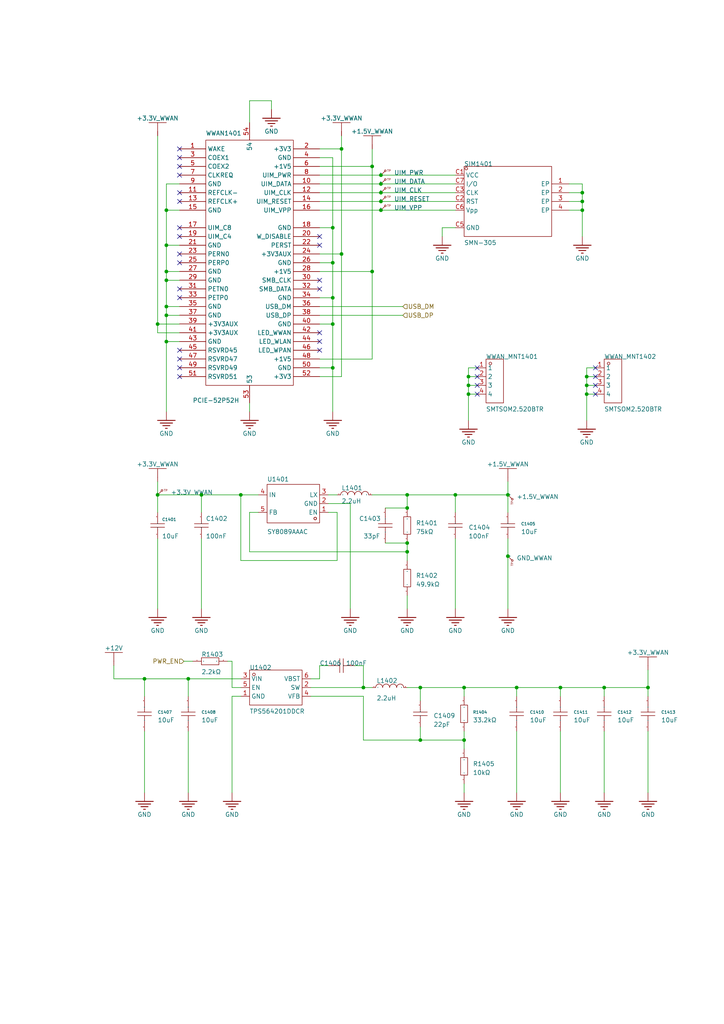
<source format=kicad_sch>
(kicad_sch
	(version 20250114)
	(generator "eeschema")
	(generator_version "9.0")
	(uuid "0334e7e0-c2e9-4e7b-82a1-2a63d73666f0")
	(paper "A4" portrait)
	
	(junction
		(at 58.42 143.51)
		(diameter 0)
		(color 0 0 0 0)
		(uuid "034efff9-7e16-49a5-b268-b356858b1450")
	)
	(junction
		(at 48.26 91.44)
		(diameter 0)
		(color 0 0 0 0)
		(uuid "0e028a5a-a9fd-44c1-b6ee-f77049589f7d")
	)
	(junction
		(at 45.72 143.51)
		(diameter 0)
		(color 0 0 0 0)
		(uuid "0e08474b-36d3-4767-b178-aaa7f54ceb72")
	)
	(junction
		(at 107.95 78.74)
		(diameter 0)
		(color 0 0 0 0)
		(uuid "13a10934-1f1f-4d05-bf68-2967287805b5")
	)
	(junction
		(at 149.86 199.39)
		(diameter 0)
		(color 0 0 0 0)
		(uuid "172da921-5a5e-4d6e-9f8d-146791805290")
	)
	(junction
		(at 118.11 157.48)
		(diameter 0)
		(color 0 0 0 0)
		(uuid "2256d58e-7e01-4f10-80cd-466b855322d9")
	)
	(junction
		(at 48.26 88.9)
		(diameter 0)
		(color 0 0 0 0)
		(uuid "2494d2c1-918a-44d2-9586-8cc1d8aa7805")
	)
	(junction
		(at 118.11 147.32)
		(diameter 0)
		(color 0 0 0 0)
		(uuid "27ac1ede-d701-4b30-8a16-9f974f608fd7")
	)
	(junction
		(at 99.06 73.66)
		(diameter 0)
		(color 0 0 0 0)
		(uuid "2a65151d-6b12-4388-9412-79c63bc6be1f")
	)
	(junction
		(at 110.49 58.42)
		(diameter 0)
		(color 0 0 0 0)
		(uuid "2ab496ad-6432-4965-abf5-8dad944c05e8")
	)
	(junction
		(at 135.89 109.22)
		(diameter 0)
		(color 0 0 0 0)
		(uuid "31ce4492-d8f6-469a-be35-29d1c4f42de0")
	)
	(junction
		(at 110.49 53.34)
		(diameter 0)
		(color 0 0 0 0)
		(uuid "399ccfea-ee4e-4b40-b5da-5cf3cbe8884c")
	)
	(junction
		(at 48.26 81.28)
		(diameter 0)
		(color 0 0 0 0)
		(uuid "3b01671a-3043-4733-a745-c9fc5f4f9c29")
	)
	(junction
		(at 96.52 76.2)
		(diameter 0)
		(color 0 0 0 0)
		(uuid "3bcda60c-556b-4714-b576-22222ddbc1ea")
	)
	(junction
		(at 170.18 109.22)
		(diameter 0)
		(color 0 0 0 0)
		(uuid "3f68c872-3897-4d72-9733-0572826c29ee")
	)
	(junction
		(at 134.62 199.39)
		(diameter 0)
		(color 0 0 0 0)
		(uuid "4487c4ea-2b9a-4793-80e7-4b56554f4251")
	)
	(junction
		(at 135.89 111.76)
		(diameter 0)
		(color 0 0 0 0)
		(uuid "47ba87fe-e3ef-43d9-9a91-eea962576efc")
	)
	(junction
		(at 105.41 199.39)
		(diameter 0)
		(color 0 0 0 0)
		(uuid "49720d33-4e48-445a-9c54-9889739d18c9")
	)
	(junction
		(at 168.91 55.88)
		(diameter 0)
		(color 0 0 0 0)
		(uuid "5066bca1-aa7d-451d-870c-1ce2afa3ee43")
	)
	(junction
		(at 147.32 161.29)
		(diameter 0)
		(color 0 0 0 0)
		(uuid "544ea7b1-dc99-49c4-87b9-6d0fca447321")
	)
	(junction
		(at 135.89 114.3)
		(diameter 0)
		(color 0 0 0 0)
		(uuid "65f23325-e877-4f13-94dd-c4d1a0d68b15")
	)
	(junction
		(at 170.18 114.3)
		(diameter 0)
		(color 0 0 0 0)
		(uuid "665e2193-d8c6-4c4e-a689-3ee6bdec8b98")
	)
	(junction
		(at 54.61 196.85)
		(diameter 0)
		(color 0 0 0 0)
		(uuid "6724d80f-765e-458b-afb9-623ca579b252")
	)
	(junction
		(at 147.32 143.51)
		(diameter 0)
		(color 0 0 0 0)
		(uuid "70cf4dd8-e5e1-40d5-8ee7-5a97ac738d9c")
	)
	(junction
		(at 187.96 199.39)
		(diameter 0)
		(color 0 0 0 0)
		(uuid "7c3f1f86-b965-4f9b-9942-c51945519a90")
	)
	(junction
		(at 132.08 143.51)
		(diameter 0)
		(color 0 0 0 0)
		(uuid "7cf461b6-31c8-4183-b762-d8f0d9307f73")
	)
	(junction
		(at 121.92 199.39)
		(diameter 0)
		(color 0 0 0 0)
		(uuid "8905f13d-74cc-4221-aeba-dd6146c196d2")
	)
	(junction
		(at 168.91 58.42)
		(diameter 0)
		(color 0 0 0 0)
		(uuid "8fe8b8cd-632b-4b04-958c-748f987f4651")
	)
	(junction
		(at 48.26 71.12)
		(diameter 0)
		(color 0 0 0 0)
		(uuid "9c74c086-866d-4f62-b231-510ab2cb7b78")
	)
	(junction
		(at 110.49 60.96)
		(diameter 0)
		(color 0 0 0 0)
		(uuid "9f2cc557-dfcc-4f1e-9c4a-1fe199c5a937")
	)
	(junction
		(at 118.11 160.02)
		(diameter 0)
		(color 0 0 0 0)
		(uuid "a0ef2f49-f760-4c64-8095-785eb2c70501")
	)
	(junction
		(at 41.91 196.85)
		(diameter 0)
		(color 0 0 0 0)
		(uuid "a84f242b-8e95-413d-aab2-88249be07d0c")
	)
	(junction
		(at 48.26 99.06)
		(diameter 0)
		(color 0 0 0 0)
		(uuid "ae39bd74-bc34-4d2f-a75a-486bfff444c0")
	)
	(junction
		(at 134.62 214.63)
		(diameter 0)
		(color 0 0 0 0)
		(uuid "ae3c1833-52c2-440c-aa00-cd236474e373")
	)
	(junction
		(at 107.95 48.26)
		(diameter 0)
		(color 0 0 0 0)
		(uuid "b7ae4be4-dff3-4068-b89a-fd8e9a0e33a1")
	)
	(junction
		(at 45.72 93.98)
		(diameter 0)
		(color 0 0 0 0)
		(uuid "b84e2f75-5ed4-435a-8fb9-9c573e1eddbb")
	)
	(junction
		(at 99.06 43.18)
		(diameter 0)
		(color 0 0 0 0)
		(uuid "bd14c454-f327-4fc0-af33-e49794621eae")
	)
	(junction
		(at 69.85 143.51)
		(diameter 0)
		(color 0 0 0 0)
		(uuid "bd3209e2-7b9e-4fcb-9724-cabceedbd88c")
	)
	(junction
		(at 48.26 60.96)
		(diameter 0)
		(color 0 0 0 0)
		(uuid "bead06f3-ec8a-4329-ba5c-65e4d75cfba1")
	)
	(junction
		(at 48.26 78.74)
		(diameter 0)
		(color 0 0 0 0)
		(uuid "c2385885-e4ee-4da1-a6bd-59da4f8daae1")
	)
	(junction
		(at 96.52 93.98)
		(diameter 0)
		(color 0 0 0 0)
		(uuid "cc6bc3d2-59f1-4c13-9d30-561d7a7e44d9")
	)
	(junction
		(at 96.52 106.68)
		(diameter 0)
		(color 0 0 0 0)
		(uuid "cda676fd-55f3-4289-86c9-0a53bee0af35")
	)
	(junction
		(at 121.92 214.63)
		(diameter 0)
		(color 0 0 0 0)
		(uuid "cfb7a0e9-3713-4fdb-a88c-5fda63d5d1c0")
	)
	(junction
		(at 110.49 50.8)
		(diameter 0)
		(color 0 0 0 0)
		(uuid "d5d9d205-47a8-4bda-9f8c-414757d3011b")
	)
	(junction
		(at 96.52 86.36)
		(diameter 0)
		(color 0 0 0 0)
		(uuid "da934936-188a-4873-a8cc-50e7ebe1a97c")
	)
	(junction
		(at 118.11 143.51)
		(diameter 0)
		(color 0 0 0 0)
		(uuid "dc0fdb89-dcb3-4b79-bf62-67232221d89a")
	)
	(junction
		(at 110.49 55.88)
		(diameter 0)
		(color 0 0 0 0)
		(uuid "e2178cc5-12fc-42e9-886a-408ef8e87970")
	)
	(junction
		(at 96.52 66.04)
		(diameter 0)
		(color 0 0 0 0)
		(uuid "ea6fd83c-9acc-40b2-ad20-53a4d970a33a")
	)
	(junction
		(at 168.91 60.96)
		(diameter 0)
		(color 0 0 0 0)
		(uuid "ed34e622-60dd-458b-af99-0e2ed899a7e0")
	)
	(junction
		(at 175.26 199.39)
		(diameter 0)
		(color 0 0 0 0)
		(uuid "ef1e7617-7ca8-40e4-b8e1-2afd8f35b5bd")
	)
	(junction
		(at 170.18 111.76)
		(diameter 0)
		(color 0 0 0 0)
		(uuid "f4fa2e0f-c300-4bbd-85bc-c2fedd7dffdd")
	)
	(junction
		(at 162.56 199.39)
		(diameter 0)
		(color 0 0 0 0)
		(uuid "ffa7eb52-b9e2-4cfc-9541-53924b0efee7")
	)
	(no_connect
		(at 138.43 114.3)
		(uuid "07c4468a-91bf-481a-bdf5-a4bcf9942764")
	)
	(no_connect
		(at 52.0954 101.5746)
		(uuid "217f5133-5f17-42c1-8af6-f8a29591c02f")
	)
	(no_connect
		(at 52.0954 109.22)
		(uuid "222ae693-21b6-4b66-bd1c-fb6de36f778e")
	)
	(no_connect
		(at 92.71 99.0346)
		(uuid "2ec29540-63cd-4156-b118-452346b0a5d3")
	)
	(no_connect
		(at 52.07 45.72)
		(uuid "3697bf54-be9e-4688-9953-4fd92f9b5b48")
	)
	(no_connect
		(at 92.71 68.58)
		(uuid "373a2d58-f456-4a1a-ae32-fd12a36fdf3e")
	)
	(no_connect
		(at 172.72 111.76)
		(uuid "4023aa6e-40b5-4e57-ac57-33a90bd20564")
	)
	(no_connect
		(at 52.07 48.26)
		(uuid "55318b0e-16de-4527-9a7e-d67992cd4f99")
	)
	(no_connect
		(at 172.72 109.22)
		(uuid "5754dc8b-2ffb-4731-962f-1a7b8dd7e79e")
	)
	(no_connect
		(at 92.71 83.82)
		(uuid "57f8b083-c999-44bb-aace-98b1dc0c1906")
	)
	(no_connect
		(at 52.07 73.66)
		(uuid "5f61ae00-076d-4510-8429-d7ba41d97c3c")
	)
	(no_connect
		(at 138.43 109.22)
		(uuid "678e36ea-dc01-4099-9909-bd2f03b8e85c")
	)
	(no_connect
		(at 52.0954 86.3346)
		(uuid "6d84b43a-ef59-435c-82b7-45743994e509")
	)
	(no_connect
		(at 52.0954 106.6546)
		(uuid "710997ff-24c2-4852-ae82-49a6b2fcf85f")
	)
	(no_connect
		(at 52.07 68.58)
		(uuid "7b03c503-df5c-40a0-a3e2-70f97e54d0df")
	)
	(no_connect
		(at 52.07 50.8)
		(uuid "7cfd227f-2707-464b-8d34-834d36cb2a44")
	)
	(no_connect
		(at 92.71 71.12)
		(uuid "8327e232-b8e3-4bf2-8354-2de23409d2b1")
	)
	(no_connect
		(at 52.0954 58.42)
		(uuid "87d1aca7-38da-4634-a20f-053c7fdc8da5")
	)
	(no_connect
		(at 52.0954 55.88)
		(uuid "9678959d-637d-4710-a645-8ff78da87780")
	)
	(no_connect
		(at 52.0954 76.2)
		(uuid "a55253b1-2513-43e3-81dc-de9503833192")
	)
	(no_connect
		(at 92.71 96.4946)
		(uuid "aa800212-e64d-413a-85ab-65490f3c89f3")
	)
	(no_connect
		(at 138.43 106.68)
		(uuid "afd965e2-891e-49ad-ae48-1f1c4b7b53a9")
	)
	(no_connect
		(at 172.72 114.3)
		(uuid "afdd4211-da84-4354-86b4-3c09422b33c2")
	)
	(no_connect
		(at 92.71 101.5746)
		(uuid "b653038b-3077-4ab8-a445-782f428d3170")
	)
	(no_connect
		(at 52.07 43.18)
		(uuid "c48957db-a836-4d19-8e3a-966f9755a9b4")
	)
	(no_connect
		(at 52.07 66.04)
		(uuid "c67a2c5b-18bc-463d-88c1-3a5a7ba53a4f")
	)
	(no_connect
		(at 52.0954 104.1146)
		(uuid "d0a802db-2c82-45b3-8452-334524c0505f")
	)
	(no_connect
		(at 52.0954 83.7946)
		(uuid "d7e9fdc9-d7ea-47a2-8da2-a449806e4751")
	)
	(no_connect
		(at 92.71 81.28)
		(uuid "d9b3cbc5-7535-42dd-a33c-b668defcdaa8")
	)
	(no_connect
		(at 172.72 106.68)
		(uuid "f33cfc9b-c015-4678-8b4f-e0d382a5fd72")
	)
	(no_connect
		(at 138.43 111.76)
		(uuid "f687fac0-6f87-4ab9-9ecc-5f36e5b0e409")
	)
	(wire
		(pts
			(xy 96.52 106.68) (xy 96.52 93.98)
		)
		(stroke
			(width 0)
			(type default)
		)
		(uuid "0034b5f6-b055-4277-8ec9-42c66fe98147")
	)
	(wire
		(pts
			(xy 168.91 53.34) (xy 168.91 55.88)
		)
		(stroke
			(width 0)
			(type default)
		)
		(uuid "0182d488-54a8-4e6e-b2a8-2c53b379febf")
	)
	(wire
		(pts
			(xy 135.89 111.76) (xy 135.89 109.22)
		)
		(stroke
			(width 0)
			(type default)
		)
		(uuid "04bb72b6-ef13-4382-8f74-1234a483c6a5")
	)
	(wire
		(pts
			(xy 168.91 58.42) (xy 168.91 60.96)
		)
		(stroke
			(width 0)
			(type default)
		)
		(uuid "04e5607b-2b12-416a-ad62-45d8bd1421d6")
	)
	(wire
		(pts
			(xy 128.27 66.04) (xy 128.27 68.58)
		)
		(stroke
			(width 0)
			(type default)
		)
		(uuid "0532d238-2571-4100-9e6c-a965f001a542")
	)
	(wire
		(pts
			(xy 118.11 147.32) (xy 118.11 143.51)
		)
		(stroke
			(width 0)
			(type default)
		)
		(uuid "063025ac-2c7d-4f35-bdcb-4bf72b724e23")
	)
	(wire
		(pts
			(xy 33.02 196.85) (xy 41.91 196.85)
		)
		(stroke
			(width 0)
			(type default)
		)
		(uuid "0a94a9de-edcd-4cf8-96c0-7fb1b88ab291")
	)
	(wire
		(pts
			(xy 134.62 199.39) (xy 121.92 199.39)
		)
		(stroke
			(width 0)
			(type default)
		)
		(uuid "0c7bffa2-2d3a-46bf-9067-4a36584c8a0a")
	)
	(wire
		(pts
			(xy 168.91 55.88) (xy 168.91 58.42)
		)
		(stroke
			(width 0)
			(type default)
		)
		(uuid "11ba49b0-e8e5-4e82-9479-1bcef25ae9f9")
	)
	(wire
		(pts
			(xy 105.41 201.93) (xy 105.41 214.63)
		)
		(stroke
			(width 0)
			(type default)
		)
		(uuid "12cb880a-ccc4-4650-be49-bf614ab4459d")
	)
	(wire
		(pts
			(xy 135.89 109.22) (xy 138.43 109.22)
		)
		(stroke
			(width 0)
			(type default)
		)
		(uuid "130b3f6a-a24a-4056-a8cd-ba8ef1c725d0")
	)
	(wire
		(pts
			(xy 58.42 143.51) (xy 58.42 148.59)
		)
		(stroke
			(width 0)
			(type default)
		)
		(uuid "130f80dc-e882-4324-a1d1-909035098dd0")
	)
	(wire
		(pts
			(xy 147.32 148.59) (xy 147.32 143.51)
		)
		(stroke
			(width 0)
			(type default)
		)
		(uuid "13e2c0fe-487b-4cfa-b763-2d2d4fe5d7ee")
	)
	(wire
		(pts
			(xy 48.26 53.34) (xy 48.26 60.96)
		)
		(stroke
			(width 0)
			(type default)
		)
		(uuid "1488427c-6ed1-4825-96d8-412018ff8aa9")
	)
	(wire
		(pts
			(xy 92.71 91.44) (xy 116.84 91.44)
		)
		(stroke
			(width 0)
			(type default)
		)
		(uuid "14ec38b4-f2fe-41e7-b9df-1935ce366b0e")
	)
	(wire
		(pts
			(xy 118.11 172.72) (xy 118.11 176.53)
		)
		(stroke
			(width 0)
			(type default)
		)
		(uuid "15757609-e901-4cd2-9f6f-de2a7531b618")
	)
	(wire
		(pts
			(xy 92.71 88.9) (xy 116.84 88.9)
		)
		(stroke
			(width 0)
			(type default)
		)
		(uuid "183e6f95-3350-4766-8f12-1ab2f430b3d7")
	)
	(wire
		(pts
			(xy 69.85 162.56) (xy 97.79 162.56)
		)
		(stroke
			(width 0)
			(type default)
		)
		(uuid "19125259-6b42-47d2-994e-d47c6bf03f23")
	)
	(wire
		(pts
			(xy 99.06 39.37) (xy 99.06 43.18)
		)
		(stroke
			(width 0)
			(type default)
		)
		(uuid "1c77f9be-c129-4b3a-8f97-2e4f251d7d90")
	)
	(wire
		(pts
			(xy 134.62 214.63) (xy 134.62 212.09)
		)
		(stroke
			(width 0)
			(type default)
		)
		(uuid "1d85b2f3-27dc-484d-8d25-f3a414082bf4")
	)
	(wire
		(pts
			(xy 175.26 199.39) (xy 175.26 201.93)
		)
		(stroke
			(width 0)
			(type default)
		)
		(uuid "1f3f8ee3-2598-4e18-8b53-5a076771c507")
	)
	(wire
		(pts
			(xy 170.18 111.76) (xy 172.72 111.76)
		)
		(stroke
			(width 0)
			(type default)
		)
		(uuid "1f8721ea-75c6-482d-877e-399a5ec5e170")
	)
	(wire
		(pts
			(xy 175.26 199.39) (xy 187.96 199.39)
		)
		(stroke
			(width 0)
			(type default)
		)
		(uuid "20ebc5f9-d52a-46e7-b14d-7c8a6ac9fd6d")
	)
	(wire
		(pts
			(xy 96.52 45.72) (xy 92.71 45.72)
		)
		(stroke
			(width 0)
			(type default)
		)
		(uuid "237d8066-67b8-4760-8d40-ea5f5cedc0b0")
	)
	(wire
		(pts
			(xy 134.62 229.87) (xy 134.62 227.33)
		)
		(stroke
			(width 0)
			(type default)
		)
		(uuid "2613d6f9-fde4-49de-adec-6ad0a0210b70")
	)
	(wire
		(pts
			(xy 107.95 48.26) (xy 107.95 78.74)
		)
		(stroke
			(width 0)
			(type default)
		)
		(uuid "287636f8-368c-4b4d-bcce-64ac7f877d14")
	)
	(wire
		(pts
			(xy 172.72 114.3) (xy 170.18 114.3)
		)
		(stroke
			(width 0)
			(type default)
		)
		(uuid "28c1f8d7-337c-42ce-8e2f-62b2930bfbd1")
	)
	(wire
		(pts
			(xy 132.08 143.51) (xy 147.32 143.51)
		)
		(stroke
			(width 0)
			(type default)
		)
		(uuid "2ac400c2-a73f-48c4-837d-ec0edd569db6")
	)
	(wire
		(pts
			(xy 170.18 111.76) (xy 170.18 114.3)
		)
		(stroke
			(width 0)
			(type default)
		)
		(uuid "2c2f1709-40d3-4f26-8ed7-86a7e651da50")
	)
	(wire
		(pts
			(xy 58.42 176.53) (xy 58.42 156.21)
		)
		(stroke
			(width 0)
			(type default)
		)
		(uuid "2dbbe852-4894-41d6-9437-112b4b6bc30c")
	)
	(wire
		(pts
			(xy 72.39 148.59) (xy 72.39 160.02)
		)
		(stroke
			(width 0)
			(type default)
		)
		(uuid "2eac17d4-7fd7-4991-a2d6-c2194df29818")
	)
	(wire
		(pts
			(xy 41.91 196.85) (xy 54.61 196.85)
		)
		(stroke
			(width 0)
			(type default)
		)
		(uuid "31d59bb2-615f-497c-8e34-dc145da27206")
	)
	(wire
		(pts
			(xy 135.89 111.76) (xy 135.89 114.3)
		)
		(stroke
			(width 0)
			(type default)
		)
		(uuid "31eb488f-4ad2-4098-b2ec-35f7294bfc9b")
	)
	(wire
		(pts
			(xy 99.06 43.18) (xy 92.71 43.18)
		)
		(stroke
			(width 0)
			(type default)
		)
		(uuid "31fd646d-a11d-4a64-9e04-7408c255d680")
	)
	(wire
		(pts
			(xy 132.08 58.42) (xy 110.49 58.42)
		)
		(stroke
			(width 0)
			(type default)
		)
		(uuid "34de44fe-9d8d-4490-9c1a-421f4aa5442a")
	)
	(wire
		(pts
			(xy 52.07 71.12) (xy 48.26 71.12)
		)
		(stroke
			(width 0)
			(type default)
		)
		(uuid "38b85943-83e4-4cb9-9347-365260e2937c")
	)
	(wire
		(pts
			(xy 99.06 73.66) (xy 99.06 43.18)
		)
		(stroke
			(width 0)
			(type default)
		)
		(uuid "40e3d7bb-ce1d-4665-8172-0643bc57b16a")
	)
	(wire
		(pts
			(xy 92.71 109.22) (xy 99.06 109.22)
		)
		(stroke
			(width 0)
			(type default)
		)
		(uuid "41db7776-854e-4a00-9429-f066a419965a")
	)
	(wire
		(pts
			(xy 162.56 199.39) (xy 149.86 199.39)
		)
		(stroke
			(width 0)
			(type default)
		)
		(uuid "42165e65-f780-44b3-af8c-5ed54ba378ac")
	)
	(wire
		(pts
			(xy 48.26 60.96) (xy 48.26 71.12)
		)
		(stroke
			(width 0)
			(type default)
		)
		(uuid "43c58582-0d96-4e94-a2c1-4ec9df3e6afa")
	)
	(wire
		(pts
			(xy 110.49 53.34) (xy 92.71 53.34)
		)
		(stroke
			(width 0)
			(type default)
		)
		(uuid "44176b5d-05ab-462d-96e7-070e8351d9d8")
	)
	(wire
		(pts
			(xy 69.85 199.39) (xy 67.31 199.39)
		)
		(stroke
			(width 0)
			(type default)
		)
		(uuid "4559a5b2-134b-4da9-b14d-a9a7c7fb7676")
	)
	(wire
		(pts
			(xy 170.18 114.3) (xy 170.18 121.92)
		)
		(stroke
			(width 0)
			(type default)
		)
		(uuid "487ff131-1c65-473c-925b-2ed687c5151b")
	)
	(wire
		(pts
			(xy 165.1 55.88) (xy 168.91 55.88)
		)
		(stroke
			(width 0)
			(type default)
		)
		(uuid "4920e214-8c55-4fb1-b2aa-bae47c2eeec8")
	)
	(wire
		(pts
			(xy 95.25 193.04) (xy 92.71 193.04)
		)
		(stroke
			(width 0)
			(type default)
		)
		(uuid "495bb075-6b9a-44c9-9e76-1c09ff504c48")
	)
	(wire
		(pts
			(xy 165.1 58.42) (xy 168.91 58.42)
		)
		(stroke
			(width 0)
			(type default)
		)
		(uuid "4aea2e46-2626-44d4-ada8-7c5dfe6ef2fd")
	)
	(wire
		(pts
			(xy 67.31 191.77) (xy 67.31 199.39)
		)
		(stroke
			(width 0)
			(type default)
		)
		(uuid "4c9ccbd2-edff-4909-a070-16ea62486f40")
	)
	(wire
		(pts
			(xy 135.89 111.76) (xy 138.43 111.76)
		)
		(stroke
			(width 0)
			(type default)
		)
		(uuid "4d1be253-b69a-425f-a235-e9912f78c72a")
	)
	(wire
		(pts
			(xy 118.11 143.51) (xy 132.08 143.51)
		)
		(stroke
			(width 0)
			(type default)
		)
		(uuid "4e3ae8b3-90c8-49e9-ae38-8f8309bdaf04")
	)
	(wire
		(pts
			(xy 187.96 194.31) (xy 187.96 199.39)
		)
		(stroke
			(width 0)
			(type default)
		)
		(uuid "4f35a991-f17d-4193-b4aa-9cdcd3677703")
	)
	(wire
		(pts
			(xy 52.07 53.34) (xy 48.26 53.34)
		)
		(stroke
			(width 0)
			(type default)
		)
		(uuid "50778a14-e08b-4ca4-aa4f-342a1b8d2637")
	)
	(wire
		(pts
			(xy 168.91 68.58) (xy 168.91 60.96)
		)
		(stroke
			(width 0)
			(type default)
		)
		(uuid "51b1593d-68ca-42dc-82d2-75e18baa9cad")
	)
	(wire
		(pts
			(xy 45.72 143.51) (xy 58.42 143.51)
		)
		(stroke
			(width 0)
			(type default)
		)
		(uuid "51dffd14-e650-40ab-a2e6-1486b02ae6c3")
	)
	(wire
		(pts
			(xy 132.08 60.96) (xy 110.49 60.96)
		)
		(stroke
			(width 0)
			(type default)
		)
		(uuid "53a3e91c-4de7-46a2-9e2d-6359cb535cb2")
	)
	(wire
		(pts
			(xy 48.26 71.12) (xy 48.26 78.74)
		)
		(stroke
			(width 0)
			(type default)
		)
		(uuid "561b7b3c-ddd4-40ce-8608-47a6e3fb70f8")
	)
	(wire
		(pts
			(xy 52.07 91.44) (xy 48.26 91.44)
		)
		(stroke
			(width 0)
			(type default)
		)
		(uuid "567b6188-fecb-4e22-ad21-495f3130f571")
	)
	(wire
		(pts
			(xy 52.07 88.9) (xy 48.26 88.9)
		)
		(stroke
			(width 0)
			(type default)
		)
		(uuid "572012cb-605e-423c-8721-33a00b7349ba")
	)
	(wire
		(pts
			(xy 132.08 176.53) (xy 132.08 156.21)
		)
		(stroke
			(width 0)
			(type default)
		)
		(uuid "587585ad-af87-4422-8c4e-14b06d03d0b5")
	)
	(wire
		(pts
			(xy 48.26 119.38) (xy 48.26 99.06)
		)
		(stroke
			(width 0)
			(type default)
		)
		(uuid "5952bb27-cf31-4d73-97be-ba0d3f7f52a5")
	)
	(wire
		(pts
			(xy 67.31 201.93) (xy 67.31 229.87)
		)
		(stroke
			(width 0)
			(type default)
		)
		(uuid "595ac036-3855-437d-97fe-54636aaff9a3")
	)
	(wire
		(pts
			(xy 52.07 81.28) (xy 48.26 81.28)
		)
		(stroke
			(width 0)
			(type default)
		)
		(uuid "5b360989-dc9d-4e40-bb52-0cefbdc22bfa")
	)
	(wire
		(pts
			(xy 101.6 146.05) (xy 101.6 176.53)
		)
		(stroke
			(width 0)
			(type default)
		)
		(uuid "5befd6ae-a3ae-4e85-9452-4bfa17d8e406")
	)
	(wire
		(pts
			(xy 132.08 148.59) (xy 132.08 143.51)
		)
		(stroke
			(width 0)
			(type default)
		)
		(uuid "5da11d39-6bdb-4fc6-bb66-1c8592d48d1e")
	)
	(wire
		(pts
			(xy 121.92 214.63) (xy 105.41 214.63)
		)
		(stroke
			(width 0)
			(type default)
		)
		(uuid "5ed9c21a-e463-4ae6-8ebb-00422bfb7447")
	)
	(wire
		(pts
			(xy 78.74 31.75) (xy 78.74 29.21)
		)
		(stroke
			(width 0)
			(type default)
		)
		(uuid "613b6925-945f-40f5-aada-b8fb6cd98a8b")
	)
	(wire
		(pts
			(xy 107.95 78.74) (xy 107.95 104.14)
		)
		(stroke
			(width 0)
			(type default)
		)
		(uuid "61596fef-a092-4e4d-a018-c524ef057dbc")
	)
	(wire
		(pts
			(xy 92.71 73.66) (xy 99.06 73.66)
		)
		(stroke
			(width 0)
			(type default)
		)
		(uuid "6241e0d6-9449-49c8-ad8e-2b0caaef8a2a")
	)
	(wire
		(pts
			(xy 72.39 29.21) (xy 72.39 35.56)
		)
		(stroke
			(width 0)
			(type default)
		)
		(uuid "6357ff4f-1434-45da-b65d-dadbf976477f")
	)
	(wire
		(pts
			(xy 97.79 148.59) (xy 97.79 162.56)
		)
		(stroke
			(width 0)
			(type default)
		)
		(uuid "63b1a301-32a9-4f69-83a4-34243b30aea3")
	)
	(wire
		(pts
			(xy 96.52 66.04) (xy 92.71 66.04)
		)
		(stroke
			(width 0)
			(type default)
		)
		(uuid "654a4496-a8cf-4d6f-b3e3-a5dd87e5bb3e")
	)
	(wire
		(pts
			(xy 111.76 147.32) (xy 118.11 147.32)
		)
		(stroke
			(width 0)
			(type default)
		)
		(uuid "65aad851-267d-4544-b974-a1d459a6a652")
	)
	(wire
		(pts
			(xy 96.52 76.2) (xy 96.52 66.04)
		)
		(stroke
			(width 0)
			(type default)
		)
		(uuid "68062a99-072a-4ace-8807-59a18e0d99ed")
	)
	(wire
		(pts
			(xy 48.26 91.44) (xy 48.26 99.06)
		)
		(stroke
			(width 0)
			(type default)
		)
		(uuid "6852f9b9-cbee-42fd-aecb-8ebc28d868ed")
	)
	(wire
		(pts
			(xy 69.85 143.51) (xy 74.93 143.51)
		)
		(stroke
			(width 0)
			(type default)
		)
		(uuid "68970dee-6964-48d7-bf31-ec98b7a5a853")
	)
	(wire
		(pts
			(xy 132.08 66.04) (xy 128.27 66.04)
		)
		(stroke
			(width 0)
			(type default)
		)
		(uuid "6a07c97e-da81-446b-8087-0a1499ea5ed8")
	)
	(wire
		(pts
			(xy 110.49 50.8) (xy 92.71 50.8)
		)
		(stroke
			(width 0)
			(type default)
		)
		(uuid "6a1ef627-b546-44b4-896c-121a9df24e00")
	)
	(wire
		(pts
			(xy 134.62 199.39) (xy 134.62 201.93)
		)
		(stroke
			(width 0)
			(type default)
		)
		(uuid "6baea499-909a-4ac4-aef0-83a5ca07ad7f")
	)
	(wire
		(pts
			(xy 107.95 48.26) (xy 92.71 48.26)
		)
		(stroke
			(width 0)
			(type default)
		)
		(uuid "71c46f11-3246-43b0-aac0-53e345bc7184")
	)
	(wire
		(pts
			(xy 90.17 201.93) (xy 105.41 201.93)
		)
		(stroke
			(width 0)
			(type default)
		)
		(uuid "74b9c204-9ccd-42b7-97f8-449662bfbeca")
	)
	(wire
		(pts
			(xy 102.87 193.04) (xy 105.41 193.04)
		)
		(stroke
			(width 0)
			(type default)
		)
		(uuid "74c9f9ac-067d-475d-806c-78eabc001d5d")
	)
	(wire
		(pts
			(xy 187.96 229.87) (xy 187.96 212.09)
		)
		(stroke
			(width 0)
			(type default)
		)
		(uuid "75394433-7aad-4f85-9466-150cf0e7b8df")
	)
	(wire
		(pts
			(xy 121.92 214.63) (xy 121.92 210.82)
		)
		(stroke
			(width 0)
			(type default)
		)
		(uuid "765ff7c2-03bc-4fd0-877c-3c589426004c")
	)
	(wire
		(pts
			(xy 121.92 199.39) (xy 118.11 199.39)
		)
		(stroke
			(width 0)
			(type default)
		)
		(uuid "78bdbdbf-5ba6-4b5a-b9b1-3afd3b78a1bf")
	)
	(wire
		(pts
			(xy 90.17 199.39) (xy 105.41 199.39)
		)
		(stroke
			(width 0)
			(type default)
		)
		(uuid "7b540fce-bd15-4cf3-9c94-bf28d457e10f")
	)
	(wire
		(pts
			(xy 132.08 50.8) (xy 110.49 50.8)
		)
		(stroke
			(width 0)
			(type default)
		)
		(uuid "7c191858-8ae4-4758-b946-e4e1f1d7f7c9")
	)
	(wire
		(pts
			(xy 54.61 196.85) (xy 54.61 201.93)
		)
		(stroke
			(width 0)
			(type default)
		)
		(uuid "7ccc29ae-f441-433c-9e6b-798ab6dde7eb")
	)
	(wire
		(pts
			(xy 132.08 53.34) (xy 110.49 53.34)
		)
		(stroke
			(width 0)
			(type default)
		)
		(uuid "7d3f922d-8a83-42e2-9d9f-7d450ed0f2b4")
	)
	(wire
		(pts
			(xy 58.42 143.51) (xy 69.85 143.51)
		)
		(stroke
			(width 0)
			(type default)
		)
		(uuid "7db53213-2c32-4fee-b7de-04d7ec126959")
	)
	(wire
		(pts
			(xy 52.07 96.52) (xy 45.72 96.52)
		)
		(stroke
			(width 0)
			(type default)
		)
		(uuid "7e9d76c6-77a9-4823-97ba-ac18ff3a48f1")
	)
	(wire
		(pts
			(xy 41.91 196.85) (xy 41.91 201.93)
		)
		(stroke
			(width 0)
			(type default)
		)
		(uuid "864a916b-e929-4ca3-b1f9-7fae6883eaaa")
	)
	(wire
		(pts
			(xy 96.52 93.98) (xy 96.52 86.36)
		)
		(stroke
			(width 0)
			(type default)
		)
		(uuid "887e2979-6e23-4207-8abf-d7e804ca21d8")
	)
	(wire
		(pts
			(xy 45.72 96.52) (xy 45.72 93.98)
		)
		(stroke
			(width 0)
			(type default)
		)
		(uuid "8c1ee884-2304-4ff4-98c6-9434968d75af")
	)
	(wire
		(pts
			(xy 74.93 148.59) (xy 72.39 148.59)
		)
		(stroke
			(width 0)
			(type default)
		)
		(uuid "8f0492c3-6cd5-4a41-a2b4-dc1e0ac5428d")
	)
	(wire
		(pts
			(xy 45.72 93.98) (xy 52.07 93.98)
		)
		(stroke
			(width 0)
			(type default)
		)
		(uuid "8fbcb57e-7a6c-416b-9739-9dba909982fe")
	)
	(wire
		(pts
			(xy 162.56 199.39) (xy 162.56 201.93)
		)
		(stroke
			(width 0)
			(type default)
		)
		(uuid "90202ae9-0906-47f7-bff9-63adf1c61cce")
	)
	(wire
		(pts
			(xy 110.49 58.42) (xy 92.71 58.42)
		)
		(stroke
			(width 0)
			(type default)
		)
		(uuid "91374cc0-0796-4427-8777-5a69dc87a26d")
	)
	(wire
		(pts
			(xy 105.41 199.39) (xy 107.95 199.39)
		)
		(stroke
			(width 0)
			(type default)
		)
		(uuid "9560b169-c476-4b81-92ac-70e429f1f083")
	)
	(wire
		(pts
			(xy 111.76 157.48) (xy 118.11 157.48)
		)
		(stroke
			(width 0)
			(type default)
		)
		(uuid "96157c7f-23d8-4ce4-a327-cb6d1f7e28b5")
	)
	(wire
		(pts
			(xy 45.72 176.53) (xy 45.72 156.21)
		)
		(stroke
			(width 0)
			(type default)
		)
		(uuid "97fb4726-6f16-42d9-a8e1-c4c52803aa0d")
	)
	(wire
		(pts
			(xy 52.07 99.06) (xy 48.26 99.06)
		)
		(stroke
			(width 0)
			(type default)
		)
		(uuid "9cfb28fb-a2e5-4c30-89f0-1ae7f0dda202")
	)
	(wire
		(pts
			(xy 149.86 229.87) (xy 149.86 212.09)
		)
		(stroke
			(width 0)
			(type default)
		)
		(uuid "a06bde59-d067-4ecd-8e81-7df4ea721d56")
	)
	(wire
		(pts
			(xy 165.1 60.96) (xy 168.91 60.96)
		)
		(stroke
			(width 0)
			(type default)
		)
		(uuid "a5a89515-b998-4411-85f7-b91f820046a7")
	)
	(wire
		(pts
			(xy 121.92 214.63) (xy 134.62 214.63)
		)
		(stroke
			(width 0)
			(type default)
		)
		(uuid "a65dc1b2-cc37-49b1-86e2-5614cec4fcc2")
	)
	(wire
		(pts
			(xy 121.92 199.39) (xy 121.92 203.2)
		)
		(stroke
			(width 0)
			(type default)
		)
		(uuid "a9b5516f-960a-4053-8772-263de3d215d5")
	)
	(wire
		(pts
			(xy 149.86 199.39) (xy 134.62 199.39)
		)
		(stroke
			(width 0)
			(type default)
		)
		(uuid "a9d4449a-dff8-4798-81e1-3669560be5c3")
	)
	(wire
		(pts
			(xy 96.52 106.68) (xy 92.71 106.68)
		)
		(stroke
			(width 0)
			(type default)
		)
		(uuid "aa0ffce3-afd3-405a-9d7f-bef5b553dfd0")
	)
	(wire
		(pts
			(xy 101.6 146.05) (xy 95.25 146.05)
		)
		(stroke
			(width 0)
			(type default)
		)
		(uuid "acc9f91d-e731-454b-bdd8-172c97addb0d")
	)
	(wire
		(pts
			(xy 175.26 229.87) (xy 175.26 212.09)
		)
		(stroke
			(width 0)
			(type default)
		)
		(uuid "afdc65c9-14a0-4353-aea6-6acb8ac3e503")
	)
	(wire
		(pts
			(xy 96.52 86.36) (xy 92.71 86.36)
		)
		(stroke
			(width 0)
			(type default)
		)
		(uuid "b02ebae7-cd0f-4c5b-b93b-962b2ee3c5a5")
	)
	(wire
		(pts
			(xy 72.39 160.02) (xy 118.11 160.02)
		)
		(stroke
			(width 0)
			(type default)
		)
		(uuid "b04e954e-b5a2-4459-b3e8-6856f62c9850")
	)
	(wire
		(pts
			(xy 52.07 60.96) (xy 48.26 60.96)
		)
		(stroke
			(width 0)
			(type default)
		)
		(uuid "b62e4c9a-0661-4c99-a0df-23d357f4e451")
	)
	(wire
		(pts
			(xy 187.96 199.39) (xy 187.96 201.93)
		)
		(stroke
			(width 0)
			(type default)
		)
		(uuid "b9469a9f-73fb-4598-b6f8-e5d518e6b685")
	)
	(wire
		(pts
			(xy 110.49 60.96) (xy 92.71 60.96)
		)
		(stroke
			(width 0)
			(type default)
		)
		(uuid "b9fc5d0b-acb4-4a7c-b961-fb32d9b1de38")
	)
	(wire
		(pts
			(xy 67.31 191.77) (xy 66.04 191.77)
		)
		(stroke
			(width 0)
			(type default)
		)
		(uuid "bf5a86dd-f542-4a13-b6f0-9355c78497c7")
	)
	(wire
		(pts
			(xy 96.52 66.04) (xy 96.52 45.72)
		)
		(stroke
			(width 0)
			(type default)
		)
		(uuid "c0515ede-56ac-499f-9148-0cad75129977")
	)
	(wire
		(pts
			(xy 52.07 78.74) (xy 48.26 78.74)
		)
		(stroke
			(width 0)
			(type default)
		)
		(uuid "c0b2bc14-9c65-4938-80f5-2d860e8a5a5b")
	)
	(wire
		(pts
			(xy 92.71 193.04) (xy 92.71 196.85)
		)
		(stroke
			(width 0)
			(type default)
		)
		(uuid "c1ae7638-665c-49bf-83e9-1ad6dd8c81d4")
	)
	(wire
		(pts
			(xy 33.02 193.04) (xy 33.02 196.85)
		)
		(stroke
			(width 0)
			(type default)
		)
		(uuid "c465cf18-6bd8-442c-b9db-bb74791f2b73")
	)
	(wire
		(pts
			(xy 135.89 106.68) (xy 138.43 106.68)
		)
		(stroke
			(width 0)
			(type default)
		)
		(uuid "c5882ce5-abe5-43b2-a049-c2a3040abe7f")
	)
	(wire
		(pts
			(xy 165.1 53.34) (xy 168.91 53.34)
		)
		(stroke
			(width 0)
			(type default)
		)
		(uuid "c7345a20-b606-471f-af0e-1881f1c099f5")
	)
	(wire
		(pts
			(xy 175.26 199.39) (xy 162.56 199.39)
		)
		(stroke
			(width 0)
			(type default)
		)
		(uuid "c9173c15-1a17-44ec-b0aa-3fd63efd22b7")
	)
	(wire
		(pts
			(xy 69.85 201.93) (xy 67.31 201.93)
		)
		(stroke
			(width 0)
			(type default)
		)
		(uuid "c96a1273-c55a-416e-8e45-50e4b39c30b5")
	)
	(wire
		(pts
			(xy 45.72 143.51) (xy 45.72 148.59)
		)
		(stroke
			(width 0)
			(type default)
		)
		(uuid "c9712f5e-1a7c-47ad-ab26-867871da260c")
	)
	(wire
		(pts
			(xy 41.91 229.87) (xy 41.91 212.09)
		)
		(stroke
			(width 0)
			(type default)
		)
		(uuid "c9accea3-6f47-40db-9ad6-577574e396ab")
	)
	(wire
		(pts
			(xy 96.52 93.98) (xy 92.71 93.98)
		)
		(stroke
			(width 0)
			(type default)
		)
		(uuid "ca577b7b-1a63-4216-b53e-657f392540d1")
	)
	(wire
		(pts
			(xy 138.43 114.3) (xy 135.89 114.3)
		)
		(stroke
			(width 0)
			(type default)
		)
		(uuid "cbf3934f-5517-4553-89eb-c50acd42948d")
	)
	(wire
		(pts
			(xy 110.49 55.88) (xy 92.71 55.88)
		)
		(stroke
			(width 0)
			(type default)
		)
		(uuid "cc25f31d-5195-43a8-85ef-e8972a76d3ad")
	)
	(wire
		(pts
			(xy 72.39 116.84) (xy 72.39 119.38)
		)
		(stroke
			(width 0)
			(type default)
		)
		(uuid "cd7480c1-40ff-4d07-8550-7eccee556ff9")
	)
	(wire
		(pts
			(xy 105.41 193.04) (xy 105.41 199.39)
		)
		(stroke
			(width 0)
			(type default)
		)
		(uuid "d022d1d2-2082-4941-bc34-08c80e8bf0b8")
	)
	(wire
		(pts
			(xy 135.89 121.92) (xy 135.89 114.3)
		)
		(stroke
			(width 0)
			(type default)
		)
		(uuid "d036c4a9-a1eb-43ff-9fd2-4b537cd21579")
	)
	(wire
		(pts
			(xy 97.79 148.59) (xy 95.25 148.59)
		)
		(stroke
			(width 0)
			(type default)
		)
		(uuid "d037aa4a-566d-4a64-bc19-c7ea33a25b78")
	)
	(wire
		(pts
			(xy 149.86 199.39) (xy 149.86 201.93)
		)
		(stroke
			(width 0)
			(type default)
		)
		(uuid "d0a0ae43-c26e-4687-87f4-85385d6252c5")
	)
	(wire
		(pts
			(xy 135.89 109.22) (xy 135.89 106.68)
		)
		(stroke
			(width 0)
			(type default)
		)
		(uuid "d0e6d296-8413-4dc0-a63b-5c7d70cab980")
	)
	(wire
		(pts
			(xy 147.32 156.21) (xy 147.32 161.29)
		)
		(stroke
			(width 0)
			(type default)
		)
		(uuid "d1b5849b-fc6a-47aa-8886-f01cb2338069")
	)
	(wire
		(pts
			(xy 96.52 76.2) (xy 92.71 76.2)
		)
		(stroke
			(width 0)
			(type default)
		)
		(uuid "d423152b-c0d2-44cb-93e4-2f46804f6668")
	)
	(wire
		(pts
			(xy 107.95 43.18) (xy 107.95 48.26)
		)
		(stroke
			(width 0)
			(type default)
		)
		(uuid "d5e35a33-72b3-4e57-8e1c-12812f8c4a61")
	)
	(wire
		(pts
			(xy 170.18 111.76) (xy 170.18 109.22)
		)
		(stroke
			(width 0)
			(type default)
		)
		(uuid "d657e8bc-3bd3-4d4e-b07a-717b1c2d31ea")
	)
	(wire
		(pts
			(xy 54.61 196.85) (xy 69.85 196.85)
		)
		(stroke
			(width 0)
			(type default)
		)
		(uuid "d8d654cd-39ce-472c-b0ff-44f31fdffcd9")
	)
	(wire
		(pts
			(xy 132.08 55.88) (xy 110.49 55.88)
		)
		(stroke
			(width 0)
			(type default)
		)
		(uuid "da64f558-d286-4498-8010-ee9f888f9a45")
	)
	(wire
		(pts
			(xy 162.56 229.87) (xy 162.56 212.09)
		)
		(stroke
			(width 0)
			(type default)
		)
		(uuid "dabb0503-ab02-4631-8779-4d4f24afb0b8")
	)
	(wire
		(pts
			(xy 147.32 139.7) (xy 147.32 143.51)
		)
		(stroke
			(width 0)
			(type default)
		)
		(uuid "dd9ecf15-bd20-4d5b-ac30-1a38916f1917")
	)
	(wire
		(pts
			(xy 45.72 139.7) (xy 45.72 143.51)
		)
		(stroke
			(width 0)
			(type default)
		)
		(uuid "de8aa90c-cd3b-4633-9c93-05060fd23a6c")
	)
	(wire
		(pts
			(xy 78.74 29.21) (xy 72.39 29.21)
		)
		(stroke
			(width 0)
			(type default)
		)
		(uuid "e0e15be7-9010-4726-8d2c-02c44dc60e6f")
	)
	(wire
		(pts
			(xy 96.52 106.68) (xy 96.52 119.38)
		)
		(stroke
			(width 0)
			(type default)
		)
		(uuid "e3ba5e92-5d58-40bb-a4e7-2d78b7447b3c")
	)
	(wire
		(pts
			(xy 45.72 93.98) (xy 45.72 39.37)
		)
		(stroke
			(width 0)
			(type default)
		)
		(uuid "e5d83452-fbe0-4937-b92c-0b8af79af502")
	)
	(wire
		(pts
			(xy 53.34 191.77) (xy 55.88 191.77)
		)
		(stroke
			(width 0)
			(type default)
		)
		(uuid "e71da78d-7b97-4b3d-932a-9fab676bfa73")
	)
	(wire
		(pts
			(xy 99.06 109.22) (xy 99.06 73.66)
		)
		(stroke
			(width 0)
			(type default)
		)
		(uuid "e74910c2-d993-4054-862e-c4c50f887894")
	)
	(wire
		(pts
			(xy 95.25 143.51) (xy 97.79 143.51)
		)
		(stroke
			(width 0)
			(type default)
		)
		(uuid "e9911917-aab2-4eb6-b0d7-9554d9bf3fcb")
	)
	(wire
		(pts
			(xy 170.18 109.22) (xy 172.72 109.22)
		)
		(stroke
			(width 0)
			(type default)
		)
		(uuid "ed7df667-61cd-4fd1-a0b0-c40f6e741c97")
	)
	(wire
		(pts
			(xy 147.32 161.29) (xy 147.32 176.53)
		)
		(stroke
			(width 0)
			(type default)
		)
		(uuid "ed9b205e-f60a-4e6d-bbf8-a186e99cfbc5")
	)
	(wire
		(pts
			(xy 48.26 81.28) (xy 48.26 88.9)
		)
		(stroke
			(width 0)
			(type default)
		)
		(uuid "ef33ea4c-5ad9-4230-bef2-8b09fd2fc17b")
	)
	(wire
		(pts
			(xy 48.26 88.9) (xy 48.26 91.44)
		)
		(stroke
			(width 0)
			(type default)
		)
		(uuid "ef358c1e-3b84-46e7-9b31-dd26bcb2cea2")
	)
	(wire
		(pts
			(xy 107.95 104.14) (xy 92.71 104.14)
		)
		(stroke
			(width 0)
			(type default)
		)
		(uuid "f0a7b71c-ce21-49c1-be1c-9d2e49910e3f")
	)
	(wire
		(pts
			(xy 69.85 143.51) (xy 69.85 162.56)
		)
		(stroke
			(width 0)
			(type default)
		)
		(uuid "f0cf2bc4-de3b-4af2-9aab-125c6be65c7d")
	)
	(wire
		(pts
			(xy 134.62 214.63) (xy 134.62 217.17)
		)
		(stroke
			(width 0)
			(type default)
		)
		(uuid "f22d45e4-258a-4f1e-bc2f-632e02aef938")
	)
	(wire
		(pts
			(xy 54.61 229.87) (xy 54.61 212.09)
		)
		(stroke
			(width 0)
			(type default)
		)
		(uuid "f478f080-96fe-40f0-9751-27908d8f3a46")
	)
	(wire
		(pts
			(xy 96.52 86.36) (xy 96.52 76.2)
		)
		(stroke
			(width 0)
			(type default)
		)
		(uuid "f65c6888-00e4-4f5e-b136-59a962a2e46e")
	)
	(wire
		(pts
			(xy 107.95 78.74) (xy 92.71 78.74)
		)
		(stroke
			(width 0)
			(type default)
		)
		(uuid "fb7b269f-f47d-4414-a14d-98aad2a10154")
	)
	(wire
		(pts
			(xy 107.95 143.51) (xy 118.11 143.51)
		)
		(stroke
			(width 0)
			(type default)
		)
		(uuid "fc3a5cf2-0ee6-4b5f-938b-ae4acd516fff")
	)
	(wire
		(pts
			(xy 170.18 109.22) (xy 170.18 106.68)
		)
		(stroke
			(width 0)
			(type default)
		)
		(uuid "fc9fe140-1ce0-4e64-b147-b1631f7ea550")
	)
	(wire
		(pts
			(xy 170.18 106.68) (xy 172.72 106.68)
		)
		(stroke
			(width 0)
			(type default)
		)
		(uuid "fceedd47-aeb8-4b81-b64b-b97c4216612d")
	)
	(wire
		(pts
			(xy 92.71 196.85) (xy 90.17 196.85)
		)
		(stroke
			(width 0)
			(type default)
		)
		(uuid "fd0fc387-e573-47b7-9382-2575812eef08")
	)
	(wire
		(pts
			(xy 118.11 157.48) (xy 118.11 160.02)
		)
		(stroke
			(width 0)
			(type default)
		)
		(uuid "fd24d2c9-a69c-4fe3-bb22-30bbdc5f83a6")
	)
	(wire
		(pts
			(xy 48.26 78.74) (xy 48.26 81.28)
		)
		(stroke
			(width 0)
			(type default)
		)
		(uuid "fed9a19a-b6fc-43fc-b2d1-5971786e555f")
	)
	(wire
		(pts
			(xy 118.11 160.02) (xy 118.11 162.56)
		)
		(stroke
			(width 0)
			(type default)
		)
		(uuid "ff150f96-20c3-4995-b2d1-050528dbd971")
	)
	(hierarchical_label "USB_DM"
		(shape input)
		(at 116.84 88.9 0)
		(effects
			(font
				(size 1.27 1.27)
			)
			(justify left)
		)
		(uuid "1e1bbc68-fe2a-473f-844d-35901bb2430f")
	)
	(hierarchical_label "PWR_EN"
		(shape input)
		(at 53.34 191.77 180)
		(effects
			(font
				(size 1.27 1.27)
			)
			(justify right)
		)
		(uuid "83a7a38b-6b77-4442-bf46-d91c6eda24e9")
	)
	(hierarchical_label "USB_DP"
		(shape input)
		(at 116.84 91.44 0)
		(effects
			(font
				(size 1.27 1.27)
			)
			(justify left)
		)
		(uuid "c4851d46-633d-435c-a066-fdda4bfd8f22")
	)
	(symbol
		(lib_id "mainboard:Ground-GND")
		(at 149.86 229.87 0)
		(unit 1)
		(exclude_from_sim no)
		(in_bom yes)
		(on_board yes)
		(dnp no)
		(uuid "043ca591-8f5e-4ba3-85d5-eb73e755eed1")
		(property "Reference" "#PWR01426"
			(at 149.86 229.87 0)
			(effects
				(font
					(size 1.27 1.27)
				)
				(hide yes)
			)
		)
		(property "Value" "GND"
			(at 149.86 236.22 0)
			(effects
				(font
					(size 1.27 1.27)
				)
			)
		)
		(property "Footprint" "mainboard:"
			(at 149.86 229.87 0)
			(effects
				(font
					(size 1.27 1.27)
				)
				(hide yes)
			)
		)
		(property "Datasheet" ""
			(at 149.86 229.87 0)
			(effects
				(font
					(size 1.27 1.27)
				)
				(hide yes)
			)
		)
		(property "Description" ""
			(at 149.86 229.87 0)
			(effects
				(font
					(size 1.27 1.27)
				)
				(hide yes)
			)
		)
		(pin "1"
			(uuid "be2ee815-b5ec-483b-a7ff-f5f42bc93a31")
		)
		(instances
			(project ""
				(path "/e8df7ad4-0398-46fe-8df2-22f014c5f1dd/8644110b-fd44-4bf7-8252-8da3b2442694"
					(reference "#PWR01426")
					(unit 1)
				)
			)
		)
	)
	(symbol
		(lib_id "mainboard:CL10A106MA8NRNC")
		(at 41.91 207.01 90)
		(unit 1)
		(exclude_from_sim no)
		(in_bom yes)
		(on_board yes)
		(dnp no)
		(uuid "09788396-e9e6-4868-b138-2a8476a5c97b")
		(property "Reference" "C1407"
			(at 45.72 207.01 90)
			(effects
				(font
					(size 0.8382 0.8382)
				)
				(justify right top)
			)
		)
		(property "Value" "10uF"
			(at 45.72 209.55 90)
			(effects
				(font
					(size 1.27 1.27)
				)
				(justify right top)
			)
		)
		(property "Footprint" "mainboard:C0603"
			(at 41.91 207.01 0)
			(effects
				(font
					(size 1.27 1.27)
				)
				(hide yes)
			)
		)
		(property "Datasheet" "https://atta.szlcsc.com/upload/public/pdf/source/20160218/1457707763339.pdf"
			(at 41.91 207.01 0)
			(effects
				(font
					(size 1.27 1.27)
				)
				(hide yes)
			)
		)
		(property "Description" "Capacitance: Tolerance:±20% Tolerance:±20% Voltage Rated: Temperature Coefficient:"
			(at 41.91 207.01 0)
			(effects
				(font
					(size 1.27 1.27)
				)
				(hide yes)
			)
		)
		(property "Manufacturer Part" "CL10A106MA8NRNC"
			(at 41.91 207.01 0)
			(effects
				(font
					(size 1.27 1.27)
				)
				(hide yes)
			)
		)
		(property "Manufacturer" "SAMSUNG(三星)"
			(at 41.91 207.01 0)
			(effects
				(font
					(size 1.27 1.27)
				)
				(hide yes)
			)
		)
		(property "Supplier Part" "C96446"
			(at 41.91 207.01 0)
			(effects
				(font
					(size 1.27 1.27)
				)
				(hide yes)
			)
		)
		(property "Supplier" "LCSC"
			(at 41.91 207.01 0)
			(effects
				(font
					(size 1.27 1.27)
				)
				(hide yes)
			)
		)
		(property "LCSC Part Name" "10uF ±20% 25V"
			(at 41.91 207.01 0)
			(effects
				(font
					(size 1.27 1.27)
				)
				(hide yes)
			)
		)
		(pin "1"
			(uuid "00817a47-72c0-4347-90d7-7cf5da1fad98")
		)
		(pin "2"
			(uuid "350315bd-40eb-435b-916f-5ffafe02f0c5")
		)
		(instances
			(project ""
				(path "/e8df7ad4-0398-46fe-8df2-22f014c5f1dd/8644110b-fd44-4bf7-8252-8da3b2442694"
					(reference "C1407")
					(unit 1)
				)
			)
		)
	)
	(symbol
		(lib_id "mainboard:SMN-305")
		(at 149.86 58.42 0)
		(unit 1)
		(exclude_from_sim no)
		(in_bom yes)
		(on_board yes)
		(dnp no)
		(uuid "0a908ff9-c700-4a91-9b8d-d85a4dd0f767")
		(property "Reference" "SIM1401"
			(at 134.62 48.26 0)
			(effects
				(font
					(size 1.27 1.27)
				)
				(justify left bottom)
			)
		)
		(property "Value" "SMN-305"
			(at 134.62 71.12 0)
			(effects
				(font
					(size 1.27 1.27)
				)
				(justify left bottom)
			)
		)
		(property "Footprint" "mainboard:SIM-SMD_SMN-305"
			(at 149.86 58.42 0)
			(effects
				(font
					(size 1.27 1.27)
				)
				(hide yes)
			)
		)
		(property "Datasheet" "https://atta.szlcsc.com/upload/public/pdf/source/20201231/C266890_AC9AEDEE27E91F42B31BC81B42E52BE3.pdf"
			(at 149.86 58.42 0)
			(effects
				(font
					(size 1.27 1.27)
				)
				(hide yes)
			)
		)
		(property "Description" "Card Connection Mode:Clamshell Card Type:NanoSIM卡 Connector Type:Deck Body Height (Max):1.4mm Contact Material:Phosphor coppe Contact Plating:Gold Operating Temperature Range:-25°C~+85°C Operating Temperature Range:-25°C~+85°C Soldering Temperature(Max):260°C"
			(at 149.86 58.42 0)
			(effects
				(font
					(size 1.27 1.27)
				)
				(hide yes)
			)
		)
		(property "Manufacturer Part" "SMN-305"
			(at 149.86 58.42 0)
			(effects
				(font
					(size 1.27 1.27)
				)
				(hide yes)
			)
		)
		(property "Manufacturer" "XUNPU(讯普)"
			(at 149.86 58.42 0)
			(effects
				(font
					(size 1.27 1.27)
				)
				(hide yes)
			)
		)
		(property "Supplier Part" "C266890"
			(at 149.86 58.42 0)
			(effects
				(font
					(size 1.27 1.27)
				)
				(hide yes)
			)
		)
		(property "Supplier" "LCSC"
			(at 149.86 58.42 0)
			(effects
				(font
					(size 1.27 1.27)
				)
				(hide yes)
			)
		)
		(property "LCSC Part Name" "翻盖式 NanoSIM卡 卡座"
			(at 149.86 58.42 0)
			(effects
				(font
					(size 1.27 1.27)
				)
				(hide yes)
			)
		)
		(pin "C6"
			(uuid "33905cf4-63a2-4698-8c7d-b249196e89aa")
		)
		(pin "C5"
			(uuid "a9b36909-f14b-4795-acaa-6b8c0677f0c7")
		)
		(pin "1"
			(uuid "419928e8-e4b2-4cdf-a023-c88fcfe8b262")
		)
		(pin "2"
			(uuid "888ee200-af76-4560-838e-0b3e6c357762")
		)
		(pin "3"
			(uuid "342c6888-4636-4dfb-bc4b-566f98ab2daf")
		)
		(pin "4"
			(uuid "a9758a3b-9747-4e82-8565-252a6e7fca0f")
		)
		(pin "C1"
			(uuid "e8afc0d3-2b14-483f-807c-b8e851dafec1")
		)
		(pin "C7"
			(uuid "bd206497-fb9a-4360-bbac-fd3b5d87ced5")
		)
		(pin "C3"
			(uuid "3adf92dc-e176-45e5-8d54-17690689b818")
		)
		(pin "C2"
			(uuid "989fb996-e238-4078-9436-836ad8a0c255")
		)
		(instances
			(project ""
				(path "/e8df7ad4-0398-46fe-8df2-22f014c5f1dd/8644110b-fd44-4bf7-8252-8da3b2442694"
					(reference "SIM1401")
					(unit 1)
				)
			)
		)
	)
	(symbol
		(lib_id "mainboard:Power-5V")
		(at 99.06 39.37 0)
		(unit 1)
		(exclude_from_sim no)
		(in_bom yes)
		(on_board yes)
		(dnp no)
		(uuid "0d6a85be-a375-4d75-85df-4be1edc746ef")
		(property "Reference" "#PWR01403"
			(at 99.06 39.37 0)
			(effects
				(font
					(size 1.27 1.27)
				)
				(hide yes)
			)
		)
		(property "Value" "+3.3V_WWAN"
			(at 99.06 34.29 0)
			(effects
				(font
					(size 1.27 1.27)
				)
			)
		)
		(property "Footprint" "mainboard:"
			(at 99.06 39.37 0)
			(effects
				(font
					(size 1.27 1.27)
				)
				(hide yes)
			)
		)
		(property "Datasheet" ""
			(at 99.06 39.37 0)
			(effects
				(font
					(size 1.27 1.27)
				)
				(hide yes)
			)
		)
		(property "Description" "Power-5V"
			(at 99.06 39.37 0)
			(effects
				(font
					(size 1.27 1.27)
				)
				(hide yes)
			)
		)
		(pin "1"
			(uuid "53995549-469d-4793-a9c0-918acdb4e728")
		)
		(instances
			(project ""
				(path "/e8df7ad4-0398-46fe-8df2-22f014c5f1dd/8644110b-fd44-4bf7-8252-8da3b2442694"
					(reference "#PWR01403")
					(unit 1)
				)
			)
		)
	)
	(symbol
		(lib_id "mainboard:Test-Point")
		(at 45.72 143.51 0)
		(unit 1)
		(exclude_from_sim no)
		(in_bom yes)
		(on_board yes)
		(dnp no)
		(uuid "1401e2ae-cb67-4ee4-a724-10ef6a9658cd")
		(property "Reference" "+3.3V_WWAN"
			(at 49.53 143.51 0)
			(effects
				(font
					(size 1.27 1.27)
				)
				(justify left bottom)
			)
		)
		(property "Value" "~"
			(at 45.72 143.51 0)
			(effects
				(font
					(size 1.27 1.27)
				)
			)
		)
		(property "Footprint" "mainboard:Test-Point-0.5mm"
			(at 45.72 143.51 0)
			(effects
				(font
					(size 1.27 1.27)
				)
				(hide yes)
			)
		)
		(property "Datasheet" ""
			(at 45.72 143.51 0)
			(effects
				(font
					(size 1.27 1.27)
				)
				(hide yes)
			)
		)
		(property "Description" "Test Point 测试点"
			(at 45.72 143.51 0)
			(effects
				(font
					(size 1.27 1.27)
				)
				(hide yes)
			)
		)
		(pin "1"
			(uuid "60a559c9-285c-4f01-889e-588fe02f0efb")
		)
		(instances
			(project ""
				(path "/e8df7ad4-0398-46fe-8df2-22f014c5f1dd/8644110b-fd44-4bf7-8252-8da3b2442694"
					(reference "+3.3V_WWAN")
					(unit 1)
				)
			)
		)
	)
	(symbol
		(lib_id "mainboard:SMTSOM2.520BTR")
		(at 143.51 110.49 0)
		(unit 1)
		(exclude_from_sim no)
		(in_bom yes)
		(on_board yes)
		(dnp no)
		(uuid "16631b3b-7607-41e4-ad41-2e131f3252a3")
		(property "Reference" "WWAN_MNT1401"
			(at 140.97 104.14 0)
			(effects
				(font
					(size 1.27 1.27)
				)
				(justify left bottom)
			)
		)
		(property "Value" "SMTSOM2.520BTR"
			(at 140.97 119.38 0)
			(effects
				(font
					(size 1.27 1.27)
				)
				(justify left bottom)
			)
		)
		(property "Footprint" "mainboard:SMD_BD6.2-D4.1"
			(at 143.51 110.49 0)
			(effects
				(font
					(size 1.27 1.27)
				)
				(hide yes)
			)
		)
		(property "Datasheet" "https://atta.szlcsc.com/upload/public/pdf/source/20230202/A42D22DA7D93D728E13784C4003E4077.pdf"
			(at 143.51 110.49 0)
			(effects
				(font
					(size 1.27 1.27)
				)
				(hide yes)
			)
		)
		(property "Description" "specifications:M2.5 surface treatment:镀锡 Product Description:- material quality:铜 length:2mm"
			(at 143.51 110.49 0)
			(effects
				(font
					(size 1.27 1.27)
				)
				(hide yes)
			)
		)
		(property "Manufacturer Part" "SMTSOM2.520BTR"
			(at 143.51 110.49 0)
			(effects
				(font
					(size 1.27 1.27)
				)
				(hide yes)
			)
		)
		(property "Manufacturer" "YIYUAN(怡远)"
			(at 143.51 110.49 0)
			(effects
				(font
					(size 1.27 1.27)
				)
				(hide yes)
			)
		)
		(property "Supplier Part" "C5301776"
			(at 143.51 110.49 0)
			(effects
				(font
					(size 1.27 1.27)
				)
				(hide yes)
			)
		)
		(property "Supplier" "LCSC"
			(at 143.51 110.49 0)
			(effects
				(font
					(size 1.27 1.27)
				)
				(hide yes)
			)
		)
		(property "LCSC Part Name" "YIYUAN(怡远)M2.5 贴片螺母 L=2mm铜镀锡SMTSOM2.520BTR"
			(at 143.51 110.49 0)
			(effects
				(font
					(size 1.27 1.27)
				)
				(hide yes)
			)
		)
		(pin "1"
			(uuid "b1cc0e21-6a5b-4168-9431-ebda0fa25360")
		)
		(pin "2"
			(uuid "e07a833a-70bf-41be-b9c0-babb1f0d8af9")
		)
		(pin "3"
			(uuid "12933141-a053-422e-a8bf-cbfeaa490ff4")
		)
		(pin "4"
			(uuid "f4f27f93-ea47-4160-8156-31021bc4e0ee")
		)
		(instances
			(project ""
				(path "/e8df7ad4-0398-46fe-8df2-22f014c5f1dd/8644110b-fd44-4bf7-8252-8da3b2442694"
					(reference "WWAN_MNT1401")
					(unit 1)
				)
			)
		)
	)
	(symbol
		(lib_id "mainboard:Ground-GND")
		(at 168.91 68.58 0)
		(unit 1)
		(exclude_from_sim no)
		(in_bom yes)
		(on_board yes)
		(dnp no)
		(uuid "18bcb597-6bdd-4f4e-8896-59d31b426bfe")
		(property "Reference" "#PWR01406"
			(at 168.91 68.58 0)
			(effects
				(font
					(size 1.27 1.27)
				)
				(hide yes)
			)
		)
		(property "Value" "GND"
			(at 168.91 74.93 0)
			(effects
				(font
					(size 1.27 1.27)
				)
			)
		)
		(property "Footprint" "mainboard:"
			(at 168.91 68.58 0)
			(effects
				(font
					(size 1.27 1.27)
				)
				(hide yes)
			)
		)
		(property "Datasheet" ""
			(at 168.91 68.58 0)
			(effects
				(font
					(size 1.27 1.27)
				)
				(hide yes)
			)
		)
		(property "Description" ""
			(at 168.91 68.58 0)
			(effects
				(font
					(size 1.27 1.27)
				)
				(hide yes)
			)
		)
		(pin "1"
			(uuid "e9ce6962-ad66-4632-86e9-c0bec574f5f6")
		)
		(instances
			(project ""
				(path "/e8df7ad4-0398-46fe-8df2-22f014c5f1dd/8644110b-fd44-4bf7-8252-8da3b2442694"
					(reference "#PWR01406")
					(unit 1)
				)
			)
		)
	)
	(symbol
		(lib_id "mainboard:CL10A106MA8NRNC")
		(at 162.56 207.01 90)
		(unit 1)
		(exclude_from_sim no)
		(in_bom yes)
		(on_board yes)
		(dnp no)
		(uuid "19e1d271-5980-41c6-b2b8-2d6ff611a824")
		(property "Reference" "C1411"
			(at 166.37 207.01 90)
			(effects
				(font
					(size 0.8382 0.8382)
				)
				(justify right top)
			)
		)
		(property "Value" "10uF"
			(at 166.37 209.55 90)
			(effects
				(font
					(size 1.27 1.27)
				)
				(justify right top)
			)
		)
		(property "Footprint" "mainboard:C0603"
			(at 162.56 207.01 0)
			(effects
				(font
					(size 1.27 1.27)
				)
				(hide yes)
			)
		)
		(property "Datasheet" "https://atta.szlcsc.com/upload/public/pdf/source/20160218/1457707763339.pdf"
			(at 162.56 207.01 0)
			(effects
				(font
					(size 1.27 1.27)
				)
				(hide yes)
			)
		)
		(property "Description" "Capacitance: Tolerance:±20% Tolerance:±20% Voltage Rated: Temperature Coefficient:"
			(at 162.56 207.01 0)
			(effects
				(font
					(size 1.27 1.27)
				)
				(hide yes)
			)
		)
		(property "Manufacturer Part" "CL10A106MA8NRNC"
			(at 162.56 207.01 0)
			(effects
				(font
					(size 1.27 1.27)
				)
				(hide yes)
			)
		)
		(property "Manufacturer" "SAMSUNG(三星)"
			(at 162.56 207.01 0)
			(effects
				(font
					(size 1.27 1.27)
				)
				(hide yes)
			)
		)
		(property "Supplier Part" "C96446"
			(at 162.56 207.01 0)
			(effects
				(font
					(size 1.27 1.27)
				)
				(hide yes)
			)
		)
		(property "Supplier" "LCSC"
			(at 162.56 207.01 0)
			(effects
				(font
					(size 1.27 1.27)
				)
				(hide yes)
			)
		)
		(property "LCSC Part Name" "10uF ±20% 25V"
			(at 162.56 207.01 0)
			(effects
				(font
					(size 1.27 1.27)
				)
				(hide yes)
			)
		)
		(pin "1"
			(uuid "8ff1b5ae-62fb-4d69-b89e-12862f390167")
		)
		(pin "2"
			(uuid "5fdd10a3-b5c8-4896-9e96-13319deaf3c6")
		)
		(instances
			(project ""
				(path "/e8df7ad4-0398-46fe-8df2-22f014c5f1dd/8644110b-fd44-4bf7-8252-8da3b2442694"
					(reference "C1411")
					(unit 1)
				)
			)
		)
	)
	(symbol
		(lib_id "mainboard:0402B104K250NT")
		(at 99.06 193.04 0)
		(unit 1)
		(exclude_from_sim no)
		(in_bom yes)
		(on_board yes)
		(dnp no)
		(uuid "2379c21c-73c6-4259-89d8-a1ef1498bcd0")
		(property "Reference" "C1406"
			(at 92.71 193.04 0)
			(effects
				(font
					(size 1.27 1.27)
				)
				(justify left bottom)
			)
		)
		(property "Value" "100nF"
			(at 100.33 193.04 0)
			(effects
				(font
					(size 1.27 1.27)
				)
				(justify left bottom)
			)
		)
		(property "Footprint" "mainboard:C0402"
			(at 99.06 193.04 0)
			(effects
				(font
					(size 1.27 1.27)
				)
				(hide yes)
			)
		)
		(property "Datasheet" "https://atta.szlcsc.com/upload/public/pdf/source/20200305/C486355_26A10D38EF8C2A5C37091D0039909270.pdf"
			(at 99.06 193.04 0)
			(effects
				(font
					(size 1.27 1.27)
				)
				(hide yes)
			)
		)
		(property "Description" "Capacitance:100nF Tolerance:±10% Tolerance:±10% Voltage Rated: Temperature Coefficient:"
			(at 99.06 193.04 0)
			(effects
				(font
					(size 1.27 1.27)
				)
				(hide yes)
			)
		)
		(property "Manufacturer Part" "0402B104K250NT"
			(at 99.06 193.04 0)
			(effects
				(font
					(size 1.27 1.27)
				)
				(hide yes)
			)
		)
		(property "Manufacturer" "FH(风华)"
			(at 99.06 193.04 0)
			(effects
				(font
					(size 1.27 1.27)
				)
				(hide yes)
			)
		)
		(property "Supplier Part" "C56392"
			(at 99.06 193.04 0)
			(effects
				(font
					(size 1.27 1.27)
				)
				(hide yes)
			)
		)
		(property "Supplier" "LCSC"
			(at 99.06 193.04 0)
			(effects
				(font
					(size 1.27 1.27)
				)
				(hide yes)
			)
		)
		(property "LCSC Part Name" "100nF ±10% 25V"
			(at 99.06 193.04 0)
			(effects
				(font
					(size 1.27 1.27)
				)
				(hide yes)
			)
		)
		(pin "1"
			(uuid "7db3abed-b771-4a93-8520-671eacd139cd")
		)
		(pin "2"
			(uuid "5a1b81e3-c5a9-4d54-8255-0417b5a0f137")
		)
		(instances
			(project ""
				(path "/e8df7ad4-0398-46fe-8df2-22f014c5f1dd/8644110b-fd44-4bf7-8252-8da3b2442694"
					(reference "C1406")
					(unit 1)
				)
			)
		)
	)
	(symbol
		(lib_id "mainboard:Ground-GND")
		(at 48.26 119.38 0)
		(unit 1)
		(exclude_from_sim no)
		(in_bom yes)
		(on_board yes)
		(dnp no)
		(uuid "245ab939-51ed-4b75-a47b-e540fb787257")
		(property "Reference" "#PWR01407"
			(at 48.26 119.38 0)
			(effects
				(font
					(size 1.27 1.27)
				)
				(hide yes)
			)
		)
		(property "Value" "GND"
			(at 48.26 125.73 0)
			(effects
				(font
					(size 1.27 1.27)
				)
			)
		)
		(property "Footprint" "mainboard:"
			(at 48.26 119.38 0)
			(effects
				(font
					(size 1.27 1.27)
				)
				(hide yes)
			)
		)
		(property "Datasheet" ""
			(at 48.26 119.38 0)
			(effects
				(font
					(size 1.27 1.27)
				)
				(hide yes)
			)
		)
		(property "Description" ""
			(at 48.26 119.38 0)
			(effects
				(font
					(size 1.27 1.27)
				)
				(hide yes)
			)
		)
		(pin "1"
			(uuid "06a4b233-dd5e-453f-8362-86c0cc5e6487")
		)
		(instances
			(project ""
				(path "/e8df7ad4-0398-46fe-8df2-22f014c5f1dd/8644110b-fd44-4bf7-8252-8da3b2442694"
					(reference "#PWR01407")
					(unit 1)
				)
			)
		)
	)
	(symbol
		(lib_id "mainboard:TPS564201DDCR")
		(at 80.01 199.39 0)
		(unit 1)
		(exclude_from_sim no)
		(in_bom yes)
		(on_board yes)
		(dnp no)
		(uuid "2690bee1-2f0f-4706-ae87-83c839fa357b")
		(property "Reference" "U1402"
			(at 72.39 194.31 0)
			(effects
				(font
					(size 1.27 1.27)
				)
				(justify left bottom)
			)
		)
		(property "Value" "TPS564201DDCR"
			(at 72.39 207.01 0)
			(effects
				(font
					(size 1.27 1.27)
				)
				(justify left bottom)
			)
		)
		(property "Footprint" "mainboard:SOT-23-6_L2.9-W1.6-P0.95-LS2.8-BL"
			(at 80.01 199.39 0)
			(effects
				(font
					(size 1.27 1.27)
				)
				(hide yes)
			)
		)
		(property "Datasheet" "https://www.ti.com/cn/lit/gpn/tps564201"
			(at 80.01 199.39 0)
			(effects
				(font
					(size 1.27 1.27)
				)
				(hide yes)
			)
		)
		(property "Description" "Function:Step-down type Output Type:Adjustable Input Voltage:4.5V~17V Input Voltage:4.5V~17V Output Voltage:760mV~7V Output Voltage:760mV~7V Output Current:4A Switching Frequency:560kHz Switching Frequency:560kHz Operating Temperature:-40°C~+125°C Operating"
			(at 80.01 199.39 0)
			(effects
				(font
					(size 1.27 1.27)
				)
				(hide yes)
			)
		)
		(property "Manufacturer Part" "TPS564201DDCR"
			(at 80.01 199.39 0)
			(effects
				(font
					(size 1.27 1.27)
				)
				(hide yes)
			)
		)
		(property "Manufacturer" "TI(德州仪器)"
			(at 80.01 199.39 0)
			(effects
				(font
					(size 1.27 1.27)
				)
				(hide yes)
			)
		)
		(property "Supplier Part" "C464812"
			(at 80.01 199.39 0)
			(effects
				(font
					(size 1.27 1.27)
				)
				(hide yes)
			)
		)
		(property "Supplier" "LCSC"
			(at 80.01 199.39 0)
			(effects
				(font
					(size 1.27 1.27)
				)
				(hide yes)
			)
		)
		(property "LCSC Part Name" "4.5V至17V输入，4A同步降压电压调节器"
			(at 80.01 199.39 0)
			(effects
				(font
					(size 1.27 1.27)
				)
				(hide yes)
			)
		)
		(pin "3"
			(uuid "1b367b49-4498-466f-a370-a18f539a5ec6")
		)
		(pin "5"
			(uuid "89601ae3-3909-4196-8171-453a6c9c0221")
		)
		(pin "1"
			(uuid "491c53fe-23f8-4271-8939-26f58d47cf10")
		)
		(pin "6"
			(uuid "006c87db-f2ac-425c-8f21-3ea20f33a6e5")
		)
		(pin "2"
			(uuid "d9076dd3-0470-46cf-9930-d62d324c748c")
		)
		(pin "4"
			(uuid "7a1ba40f-845a-4c15-a818-5e8a34862b60")
		)
		(instances
			(project ""
				(path "/e8df7ad4-0398-46fe-8df2-22f014c5f1dd/8644110b-fd44-4bf7-8252-8da3b2442694"
					(reference "U1402")
					(unit 1)
				)
			)
		)
	)
	(symbol
		(lib_id "mainboard:0402B104K250NT")
		(at 132.08 152.4 270)
		(unit 1)
		(exclude_from_sim no)
		(in_bom yes)
		(on_board yes)
		(dnp no)
		(uuid "29dbf47c-5054-4faa-b73b-170ee8a0f1e4")
		(property "Reference" "C1404"
			(at 135.89 153.67 90)
			(effects
				(font
					(size 1.27 1.27)
				)
				(justify left bottom)
			)
		)
		(property "Value" "100nF"
			(at 135.89 156.21 90)
			(effects
				(font
					(size 1.27 1.27)
				)
				(justify left bottom)
			)
		)
		(property "Footprint" "mainboard:C0402"
			(at 132.08 152.4 0)
			(effects
				(font
					(size 1.27 1.27)
				)
				(hide yes)
			)
		)
		(property "Datasheet" "https://atta.szlcsc.com/upload/public/pdf/source/20200305/C486355_26A10D38EF8C2A5C37091D0039909270.pdf"
			(at 132.08 152.4 0)
			(effects
				(font
					(size 1.27 1.27)
				)
				(hide yes)
			)
		)
		(property "Description" "Capacitance:100nF Tolerance:±10% Tolerance:±10% Voltage Rated: Temperature Coefficient:"
			(at 132.08 152.4 0)
			(effects
				(font
					(size 1.27 1.27)
				)
				(hide yes)
			)
		)
		(property "Manufacturer Part" "0402B104K250NT"
			(at 132.08 152.4 0)
			(effects
				(font
					(size 1.27 1.27)
				)
				(hide yes)
			)
		)
		(property "Manufacturer" "FH(风华)"
			(at 132.08 152.4 0)
			(effects
				(font
					(size 1.27 1.27)
				)
				(hide yes)
			)
		)
		(property "Supplier Part" "C56392"
			(at 132.08 152.4 0)
			(effects
				(font
					(size 1.27 1.27)
				)
				(hide yes)
			)
		)
		(property "Supplier" "LCSC"
			(at 132.08 152.4 0)
			(effects
				(font
					(size 1.27 1.27)
				)
				(hide yes)
			)
		)
		(property "LCSC Part Name" "100nF ±10% 25V"
			(at 132.08 152.4 0)
			(effects
				(font
					(size 1.27 1.27)
				)
				(hide yes)
			)
		)
		(pin "1"
			(uuid "4b7fc2ad-5a86-40ca-8ac5-23a268e43bd7")
		)
		(pin "2"
			(uuid "92241119-f58b-4824-9a55-05bab6ede844")
		)
		(instances
			(project ""
				(path "/e8df7ad4-0398-46fe-8df2-22f014c5f1dd/8644110b-fd44-4bf7-8252-8da3b2442694"
					(reference "C1404")
					(unit 1)
				)
			)
		)
	)
	(symbol
		(lib_id "mainboard:FTC322512S2R2MBCD")
		(at 113.03 199.39 0)
		(unit 1)
		(exclude_from_sim no)
		(in_bom yes)
		(on_board yes)
		(dnp no)
		(uuid "2ae06e95-8992-41aa-bf27-634959bea04b")
		(property "Reference" "L1402"
			(at 109.22 198.12 0)
			(effects
				(font
					(size 1.27 1.27)
				)
				(justify left bottom)
			)
		)
		(property "Value" "2.2uH"
			(at 109.22 203.2 0)
			(effects
				(font
					(size 1.27 1.27)
				)
				(justify left bottom)
			)
		)
		(property "Footprint" "mainboard:IND-SMD_L3.2-W2.5-LQH32CN1R0M53L"
			(at 113.03 199.39 0)
			(effects
				(font
					(size 1.27 1.27)
				)
				(hide yes)
			)
		)
		(property "Datasheet" "https://atta.szlcsc.com/upload/public/pdf/source/20240521/301CE7579003F51A221BB92B219EDA58.pdf"
			(at 113.03 199.39 0)
			(effects
				(font
					(size 1.27 1.27)
				)
				(hide yes)
			)
		)
		(property "Description" "Inductance: Tolerance:±20% Tolerance:±20% Rated Current: Saturation Current (Isat):5A DC Resistance (DCR): Type:一体成型电感"
			(at 113.03 199.39 0)
			(effects
				(font
					(size 1.27 1.27)
				)
				(hide yes)
			)
		)
		(property "Manufacturer Part" "FTC322512S2R2MBCD"
			(at 113.03 199.39 0)
			(effects
				(font
					(size 1.27 1.27)
				)
				(hide yes)
			)
		)
		(property "Manufacturer" "cjiang(长江微电)"
			(at 113.03 199.39 0)
			(effects
				(font
					(size 1.27 1.27)
				)
				(hide yes)
			)
		)
		(property "Supplier Part" "C22400409"
			(at 113.03 199.39 0)
			(effects
				(font
					(size 1.27 1.27)
				)
				(hide yes)
			)
		)
		(property "Supplier" "LCSC"
			(at 113.03 199.39 0)
			(effects
				(font
					(size 1.27 1.27)
				)
				(hide yes)
			)
		)
		(property "LCSC Part Name" "2.2uH ±20% 5A"
			(at 113.03 199.39 0)
			(effects
				(font
					(size 1.27 1.27)
				)
				(hide yes)
			)
		)
		(pin "1"
			(uuid "761aba1e-7cfa-451a-b377-eb56951fb75b")
		)
		(pin "2"
			(uuid "b2a1784e-543f-4def-866c-803eec2d117a")
		)
		(instances
			(project ""
				(path "/e8df7ad4-0398-46fe-8df2-22f014c5f1dd/8644110b-fd44-4bf7-8252-8da3b2442694"
					(reference "L1402")
					(unit 1)
				)
			)
		)
	)
	(symbol
		(lib_id "mainboard:0402WGF7502TCE")
		(at 118.11 152.4 90)
		(unit 1)
		(exclude_from_sim no)
		(in_bom yes)
		(on_board yes)
		(dnp no)
		(uuid "2c0b3591-8d74-4178-a8fd-0c16a128502d")
		(property "Reference" "R1401"
			(at 120.65 152.4 90)
			(effects
				(font
					(size 1.27 1.27)
				)
				(justify right top)
			)
		)
		(property "Value" "75kΩ"
			(at 120.65 154.94 90)
			(effects
				(font
					(size 1.27 1.27)
				)
				(justify right top)
			)
		)
		(property "Footprint" "mainboard:R0402"
			(at 118.11 152.4 0)
			(effects
				(font
					(size 1.27 1.27)
				)
				(hide yes)
			)
		)
		(property "Datasheet" "https://atta.szlcsc.com/upload/public/pdf/source/20200306/C422600_1E6D84923E4A46A82E41ADD87F860B5C.pdf"
			(at 118.11 152.4 0)
			(effects
				(font
					(size 1.27 1.27)
				)
				(hide yes)
			)
		)
		(property "Description" "Type:Thick Film Resistors Resistance:75kΩ Tolerance:±1% Tolerance:±1% Power(Watts): Overload Voltage (Max): Temperature Coefficient:±100ppm/°C Temperature Coefficient:±100ppm/°C Operating Temperature Range:-55°C~+155°C Operating Temperature Range:-55°C~+155°C"
			(at 118.11 152.4 0)
			(effects
				(font
					(size 1.27 1.27)
				)
				(hide yes)
			)
		)
		(property "Manufacturer Part" "0402WGF7502TCE"
			(at 118.11 152.4 0)
			(effects
				(font
					(size 1.27 1.27)
				)
				(hide yes)
			)
		)
		(property "Manufacturer" "UNI-ROYAL(厚声)"
			(at 118.11 152.4 0)
			(effects
				(font
					(size 1.27 1.27)
				)
				(hide yes)
			)
		)
		(property "Supplier Part" "C25798"
			(at 118.11 152.4 0)
			(effects
				(font
					(size 1.27 1.27)
				)
				(hide yes)
			)
		)
		(property "Supplier" "LCSC"
			(at 118.11 152.4 0)
			(effects
				(font
					(size 1.27 1.27)
				)
				(hide yes)
			)
		)
		(property "LCSC Part Name" "75kΩ ±1% 62.5mW 厚膜电阻"
			(at 118.11 152.4 0)
			(effects
				(font
					(size 1.27 1.27)
				)
				(hide yes)
			)
		)
		(pin "1"
			(uuid "e36dcecd-71b0-4c69-97aa-0d4b002b228f")
		)
		(pin "2"
			(uuid "22676b90-0136-45ad-84db-d0d1d3051e78")
		)
		(instances
			(project ""
				(path "/e8df7ad4-0398-46fe-8df2-22f014c5f1dd/8644110b-fd44-4bf7-8252-8da3b2442694"
					(reference "R1401")
					(unit 1)
				)
			)
		)
	)
	(symbol
		(lib_id "mainboard:Ground-GND")
		(at 96.52 119.38 0)
		(unit 1)
		(exclude_from_sim no)
		(in_bom yes)
		(on_board yes)
		(dnp no)
		(uuid "300d1eb9-a2ab-43f5-8069-28cd49b74c77")
		(property "Reference" "#PWR01409"
			(at 96.52 119.38 0)
			(effects
				(font
					(size 1.27 1.27)
				)
				(hide yes)
			)
		)
		(property "Value" "GND"
			(at 96.52 125.73 0)
			(effects
				(font
					(size 1.27 1.27)
				)
			)
		)
		(property "Footprint" "mainboard:"
			(at 96.52 119.38 0)
			(effects
				(font
					(size 1.27 1.27)
				)
				(hide yes)
			)
		)
		(property "Datasheet" ""
			(at 96.52 119.38 0)
			(effects
				(font
					(size 1.27 1.27)
				)
				(hide yes)
			)
		)
		(property "Description" ""
			(at 96.52 119.38 0)
			(effects
				(font
					(size 1.27 1.27)
				)
				(hide yes)
			)
		)
		(pin "1"
			(uuid "764f1fae-a6ee-4df5-9b3d-04f31d18957b")
		)
		(instances
			(project ""
				(path "/e8df7ad4-0398-46fe-8df2-22f014c5f1dd/8644110b-fd44-4bf7-8252-8da3b2442694"
					(reference "#PWR01409")
					(unit 1)
				)
			)
		)
	)
	(symbol
		(lib_id "mainboard:SY8089AAAC")
		(at 85.09 146.05 180)
		(unit 1)
		(exclude_from_sim no)
		(in_bom yes)
		(on_board yes)
		(dnp no)
		(uuid "3cc5f3c3-5496-4362-9695-9c205fd5d4b3")
		(property "Reference" "U1401"
			(at 77.47 139.7 0)
			(effects
				(font
					(size 1.27 1.27)
				)
				(justify right top)
			)
		)
		(property "Value" "SY8089AAAC"
			(at 77.47 154.94 0)
			(effects
				(font
					(size 1.27 1.27)
				)
				(justify right top)
			)
		)
		(property "Footprint" "mainboard:SOT-23-5_L3.0-W1.7-P0.95-LS2.8-BR"
			(at 85.09 146.05 0)
			(effects
				(font
					(size 1.27 1.27)
				)
				(hide yes)
			)
		)
		(property "Datasheet" "https://atta.szlcsc.com/upload/public/pdf/source/20210826/394049C81A2AF57A190C26FDBC282657.pdf"
			(at 85.09 146.05 0)
			(effects
				(font
					(size 1.27 1.27)
				)
				(hide yes)
			)
		)
		(property "Description" "Function:Step-down type Input Voltage:- Input Voltage:- Output Current (Max):- Switching Frequency:- Synchronous Rectification:- Number of Outputs:- Topology:- Switch tube (built-in/external):内置"
			(at 85.09 146.05 0)
			(effects
				(font
					(size 1.27 1.27)
				)
				(hide yes)
			)
		)
		(property "Manufacturer Part" "SY8089AAAC"
			(at 85.09 146.05 0)
			(effects
				(font
					(size 1.27 1.27)
				)
				(hide yes)
			)
		)
		(property "Manufacturer" "silergy(矽力杰)"
			(at 85.09 146.05 0)
			(effects
				(font
					(size 1.27 1.27)
				)
				(hide yes)
			)
		)
		(property "Supplier Part" "C78988"
			(at 85.09 146.05 0)
			(effects
				(font
					(size 1.27 1.27)
				)
				(hide yes)
			)
		)
		(property "Supplier" "LCSC"
			(at 85.09 146.05 0)
			(effects
				(font
					(size 1.27 1.27)
				)
				(hide yes)
			)
		)
		(property "LCSC Part Name" "SY8089AAAC"
			(at 85.09 146.05 0)
			(effects
				(font
					(size 1.27 1.27)
				)
				(hide yes)
			)
		)
		(pin "1"
			(uuid "ffb20633-4035-45ba-90db-07e3ef0b26b0")
		)
		(pin "2"
			(uuid "9145cc4a-78fb-4d89-84ac-08473a0c060f")
		)
		(pin "3"
			(uuid "725d8647-66a0-4160-91d1-c70f411231d7")
		)
		(pin "5"
			(uuid "ac2c9e60-bfef-40a3-a89d-9c6bf22122b5")
		)
		(pin "4"
			(uuid "18ed25b6-2557-4f76-a2b9-516b89dc7cf1")
		)
		(instances
			(project ""
				(path "/e8df7ad4-0398-46fe-8df2-22f014c5f1dd/8644110b-fd44-4bf7-8252-8da3b2442694"
					(reference "U1401")
					(unit 1)
				)
			)
		)
	)
	(symbol
		(lib_id "mainboard:Ground-GND")
		(at 134.62 229.87 0)
		(unit 1)
		(exclude_from_sim no)
		(in_bom yes)
		(on_board yes)
		(dnp no)
		(uuid "3ce0fc70-4226-4e4b-85b5-4a38eba3f7bd")
		(property "Reference" "#PWR01425"
			(at 134.62 229.87 0)
			(effects
				(font
					(size 1.27 1.27)
				)
				(hide yes)
			)
		)
		(property "Value" "GND"
			(at 134.62 236.22 0)
			(effects
				(font
					(size 1.27 1.27)
				)
			)
		)
		(property "Footprint" "mainboard:"
			(at 134.62 229.87 0)
			(effects
				(font
					(size 1.27 1.27)
				)
				(hide yes)
			)
		)
		(property "Datasheet" ""
			(at 134.62 229.87 0)
			(effects
				(font
					(size 1.27 1.27)
				)
				(hide yes)
			)
		)
		(property "Description" ""
			(at 134.62 229.87 0)
			(effects
				(font
					(size 1.27 1.27)
				)
				(hide yes)
			)
		)
		(pin "1"
			(uuid "c6afbece-98c7-48ac-b88a-d3621bb4da10")
		)
		(instances
			(project ""
				(path "/e8df7ad4-0398-46fe-8df2-22f014c5f1dd/8644110b-fd44-4bf7-8252-8da3b2442694"
					(reference "#PWR01425")
					(unit 1)
				)
			)
		)
	)
	(symbol
		(lib_id "mainboard:SMTSOM2.520BTR")
		(at 177.8 110.49 0)
		(unit 1)
		(exclude_from_sim no)
		(in_bom yes)
		(on_board yes)
		(dnp no)
		(uuid "3feea4ad-3213-419a-9981-16a085e7be89")
		(property "Reference" "WWAN_MNT1402"
			(at 175.26 104.14 0)
			(effects
				(font
					(size 1.27 1.27)
				)
				(justify left bottom)
			)
		)
		(property "Value" "SMTSOM2.520BTR"
			(at 175.26 119.38 0)
			(effects
				(font
					(size 1.27 1.27)
				)
				(justify left bottom)
			)
		)
		(property "Footprint" "mainboard:SMD_BD6.2-D4.1"
			(at 177.8 110.49 0)
			(effects
				(font
					(size 1.27 1.27)
				)
				(hide yes)
			)
		)
		(property "Datasheet" "https://atta.szlcsc.com/upload/public/pdf/source/20230202/A42D22DA7D93D728E13784C4003E4077.pdf"
			(at 177.8 110.49 0)
			(effects
				(font
					(size 1.27 1.27)
				)
				(hide yes)
			)
		)
		(property "Description" "specifications:M2.5 surface treatment:镀锡 Product Description:- material quality:铜 length:2mm"
			(at 177.8 110.49 0)
			(effects
				(font
					(size 1.27 1.27)
				)
				(hide yes)
			)
		)
		(property "Manufacturer Part" "SMTSOM2.520BTR"
			(at 177.8 110.49 0)
			(effects
				(font
					(size 1.27 1.27)
				)
				(hide yes)
			)
		)
		(property "Manufacturer" "YIYUAN(怡远)"
			(at 177.8 110.49 0)
			(effects
				(font
					(size 1.27 1.27)
				)
				(hide yes)
			)
		)
		(property "Supplier Part" "C5301776"
			(at 177.8 110.49 0)
			(effects
				(font
					(size 1.27 1.27)
				)
				(hide yes)
			)
		)
		(property "Supplier" "LCSC"
			(at 177.8 110.49 0)
			(effects
				(font
					(size 1.27 1.27)
				)
				(hide yes)
			)
		)
		(property "LCSC Part Name" "YIYUAN(怡远)M2.5 贴片螺母 L=2mm铜镀锡SMTSOM2.520BTR"
			(at 177.8 110.49 0)
			(effects
				(font
					(size 1.27 1.27)
				)
				(hide yes)
			)
		)
		(pin "2"
			(uuid "ba7a3f06-107d-4e92-ba94-d3ad4f0c86bf")
		)
		(pin "3"
			(uuid "c338527b-2cc1-48e9-a352-53cb0f68e74b")
		)
		(pin "1"
			(uuid "b96438e8-a595-4a27-8229-285a2864f081")
		)
		(pin "4"
			(uuid "391efb6c-2a6d-4dba-9d73-f7a977eb2a1e")
		)
		(instances
			(project ""
				(path "/e8df7ad4-0398-46fe-8df2-22f014c5f1dd/8644110b-fd44-4bf7-8252-8da3b2442694"
					(reference "WWAN_MNT1402")
					(unit 1)
				)
			)
		)
	)
	(symbol
		(lib_id "mainboard:Power-5V")
		(at 187.96 194.31 0)
		(unit 1)
		(exclude_from_sim no)
		(in_bom yes)
		(on_board yes)
		(dnp no)
		(uuid "4cd29d30-9473-4400-a91b-9f1a4d218007")
		(property "Reference" "#PWR01421"
			(at 187.96 194.31 0)
			(effects
				(font
					(size 1.27 1.27)
				)
				(hide yes)
			)
		)
		(property "Value" "+3.3V_WWAN"
			(at 187.96 189.23 0)
			(effects
				(font
					(size 1.27 1.27)
				)
			)
		)
		(property "Footprint" "mainboard:"
			(at 187.96 194.31 0)
			(effects
				(font
					(size 1.27 1.27)
				)
				(hide yes)
			)
		)
		(property "Datasheet" ""
			(at 187.96 194.31 0)
			(effects
				(font
					(size 1.27 1.27)
				)
				(hide yes)
			)
		)
		(property "Description" "Power-5V"
			(at 187.96 194.31 0)
			(effects
				(font
					(size 1.27 1.27)
				)
				(hide yes)
			)
		)
		(pin "1"
			(uuid "97a67169-a325-4ad1-86fe-5c8ae06a992a")
		)
		(instances
			(project ""
				(path "/e8df7ad4-0398-46fe-8df2-22f014c5f1dd/8644110b-fd44-4bf7-8252-8da3b2442694"
					(reference "#PWR01421")
					(unit 1)
				)
			)
		)
	)
	(symbol
		(lib_id "mainboard:Ground-GND")
		(at 72.39 119.38 0)
		(unit 1)
		(exclude_from_sim no)
		(in_bom yes)
		(on_board yes)
		(dnp no)
		(uuid "52e69b67-2f5d-407c-b156-8a77d3467572")
		(property "Reference" "#PWR01408"
			(at 72.39 119.38 0)
			(effects
				(font
					(size 1.27 1.27)
				)
				(hide yes)
			)
		)
		(property "Value" "GND"
			(at 72.39 125.73 0)
			(effects
				(font
					(size 1.27 1.27)
				)
			)
		)
		(property "Footprint" "mainboard:"
			(at 72.39 119.38 0)
			(effects
				(font
					(size 1.27 1.27)
				)
				(hide yes)
			)
		)
		(property "Datasheet" ""
			(at 72.39 119.38 0)
			(effects
				(font
					(size 1.27 1.27)
				)
				(hide yes)
			)
		)
		(property "Description" ""
			(at 72.39 119.38 0)
			(effects
				(font
					(size 1.27 1.27)
				)
				(hide yes)
			)
		)
		(pin "1"
			(uuid "4ba2b439-ab0a-4c44-86fb-2f47dd0d19ce")
		)
		(instances
			(project ""
				(path "/e8df7ad4-0398-46fe-8df2-22f014c5f1dd/8644110b-fd44-4bf7-8252-8da3b2442694"
					(reference "#PWR01408")
					(unit 1)
				)
			)
		)
	)
	(symbol
		(lib_id "mainboard:Ground-GND")
		(at 58.42 176.53 0)
		(unit 1)
		(exclude_from_sim no)
		(in_bom yes)
		(on_board yes)
		(dnp no)
		(uuid "61e97ceb-3000-49c7-9ff3-dbe6973f97aa")
		(property "Reference" "#PWR01415"
			(at 58.42 176.53 0)
			(effects
				(font
					(size 1.27 1.27)
				)
				(hide yes)
			)
		)
		(property "Value" "GND"
			(at 58.42 182.88 0)
			(effects
				(font
					(size 1.27 1.27)
				)
			)
		)
		(property "Footprint" "mainboard:"
			(at 58.42 176.53 0)
			(effects
				(font
					(size 1.27 1.27)
				)
				(hide yes)
			)
		)
		(property "Datasheet" ""
			(at 58.42 176.53 0)
			(effects
				(font
					(size 1.27 1.27)
				)
				(hide yes)
			)
		)
		(property "Description" ""
			(at 58.42 176.53 0)
			(effects
				(font
					(size 1.27 1.27)
				)
				(hide yes)
			)
		)
		(pin "1"
			(uuid "fae5b88d-2f5c-4423-9ee5-2655610f219b")
		)
		(instances
			(project ""
				(path "/e8df7ad4-0398-46fe-8df2-22f014c5f1dd/8644110b-fd44-4bf7-8252-8da3b2442694"
					(reference "#PWR01415")
					(unit 1)
				)
			)
		)
	)
	(symbol
		(lib_id "mainboard:Test-Point")
		(at 110.49 53.34 0)
		(unit 1)
		(exclude_from_sim no)
		(in_bom yes)
		(on_board yes)
		(dnp no)
		(uuid "65e14d99-ceb9-4fa4-ad82-ddd82a8e3112")
		(property "Reference" "UIM_DATA"
			(at 114.3 53.34 0)
			(effects
				(font
					(size 1.27 1.27)
				)
				(justify left bottom)
			)
		)
		(property "Value" "~"
			(at 110.49 53.34 0)
			(effects
				(font
					(size 1.27 1.27)
				)
			)
		)
		(property "Footprint" "mainboard:Test-Point-0.5mm"
			(at 110.49 53.34 0)
			(effects
				(font
					(size 1.27 1.27)
				)
				(hide yes)
			)
		)
		(property "Datasheet" ""
			(at 110.49 53.34 0)
			(effects
				(font
					(size 1.27 1.27)
				)
				(hide yes)
			)
		)
		(property "Description" "Test Point 测试点"
			(at 110.49 53.34 0)
			(effects
				(font
					(size 1.27 1.27)
				)
				(hide yes)
			)
		)
		(pin "1"
			(uuid "a447e95b-c732-4439-abbf-40fcca1e6bee")
		)
		(instances
			(project ""
				(path "/e8df7ad4-0398-46fe-8df2-22f014c5f1dd/8644110b-fd44-4bf7-8252-8da3b2442694"
					(reference "UIM_DATA")
					(unit 1)
				)
			)
		)
	)
	(symbol
		(lib_id "mainboard:CL31A106KBHNNNE")
		(at 147.32 152.4 90)
		(unit 1)
		(exclude_from_sim no)
		(in_bom yes)
		(on_board yes)
		(dnp no)
		(uuid "67cb1dcd-2fbd-40b6-9104-32155b1ef42c")
		(property "Reference" "C1405"
			(at 151.13 152.4 90)
			(effects
				(font
					(size 0.8382 0.8382)
				)
				(justify right top)
			)
		)
		(property "Value" "10uF"
			(at 151.13 154.94 90)
			(effects
				(font
					(size 1.27 1.27)
				)
				(justify right top)
			)
		)
		(property "Footprint" "mainboard:C1206"
			(at 147.32 152.4 0)
			(effects
				(font
					(size 1.27 1.27)
				)
				(hide yes)
			)
		)
		(property "Datasheet" "https://atta.szlcsc.com/upload/public/pdf/source/20160218/1457707763339.pdf"
			(at 147.32 152.4 0)
			(effects
				(font
					(size 1.27 1.27)
				)
				(hide yes)
			)
		)
		(property "Description" "Capacitance: Tolerance:±10% Tolerance:±10% Voltage Rated: Temperature Coefficient:"
			(at 147.32 152.4 0)
			(effects
				(font
					(size 1.27 1.27)
				)
				(hide yes)
			)
		)
		(property "Manufacturer Part" "CL31A106KBHNNNE"
			(at 147.32 152.4 0)
			(effects
				(font
					(size 1.27 1.27)
				)
				(hide yes)
			)
		)
		(property "Manufacturer" "SAMSUNG(三星)"
			(at 147.32 152.4 0)
			(effects
				(font
					(size 1.27 1.27)
				)
				(hide yes)
			)
		)
		(property "Supplier Part" "C13585"
			(at 147.32 152.4 0)
			(effects
				(font
					(size 1.27 1.27)
				)
				(hide yes)
			)
		)
		(property "Supplier" "LCSC"
			(at 147.32 152.4 0)
			(effects
				(font
					(size 1.27 1.27)
				)
				(hide yes)
			)
		)
		(property "LCSC Part Name" "10uF ±10% 50V"
			(at 147.32 152.4 0)
			(effects
				(font
					(size 1.27 1.27)
				)
				(hide yes)
			)
		)
		(pin "1"
			(uuid "f11ef9fc-ceda-4ba0-8ba9-c47fefb2a27c")
		)
		(pin "2"
			(uuid "ffa471c6-dabf-4d18-8960-02c41ca0d120")
		)
		(instances
			(project ""
				(path "/e8df7ad4-0398-46fe-8df2-22f014c5f1dd/8644110b-fd44-4bf7-8252-8da3b2442694"
					(reference "C1405")
					(unit 1)
				)
			)
		)
	)
	(symbol
		(lib_id "mainboard:FTC252012S2R2MBCA")
		(at 102.87 143.51 0)
		(unit 1)
		(exclude_from_sim no)
		(in_bom yes)
		(on_board yes)
		(dnp no)
		(uuid "7090fb21-0e79-46de-9072-09a53dfabfed")
		(property "Reference" "L1401"
			(at 99.06 142.24 0)
			(effects
				(font
					(size 1.27 1.27)
				)
				(justify left bottom)
			)
		)
		(property "Value" "2.2uH"
			(at 99.06 146.05 0)
			(effects
				(font
					(size 1.27 1.27)
				)
				(justify left bottom)
			)
		)
		(property "Footprint" "mainboard:IND-SMD_L2.5-W2.0_MHCHL2520"
			(at 102.87 143.51 0)
			(effects
				(font
					(size 1.27 1.27)
				)
				(hide yes)
			)
		)
		(property "Datasheet" "https://atta.szlcsc.com/upload/public/pdf/source/20230602/8FFEDA9C0247A92A0D4B67554BFE4091.pdf"
			(at 102.87 143.51 0)
			(effects
				(font
					(size 1.27 1.27)
				)
				(hide yes)
			)
		)
		(property "Description" "Inductance: Tolerance:±20% Tolerance:±20% Rated Current:3A Saturation Current (Isat):3.8A DC Resistance (DCR): Type:一体成型电感"
			(at 102.87 143.51 0)
			(effects
				(font
					(size 1.27 1.27)
				)
				(hide yes)
			)
		)
		(property "Manufacturer Part" "FTC252012S2R2MBCA"
			(at 102.87 143.51 0)
			(effects
				(font
					(size 1.27 1.27)
				)
				(hide yes)
			)
		)
		(property "Manufacturer" "cjiang(长江微电)"
			(at 102.87 143.51 0)
			(effects
				(font
					(size 1.27 1.27)
				)
				(hide yes)
			)
		)
		(property "Supplier Part" "C5832372"
			(at 102.87 143.51 0)
			(effects
				(font
					(size 1.27 1.27)
				)
				(hide yes)
			)
		)
		(property "Supplier" "LCSC"
			(at 102.87 143.51 0)
			(effects
				(font
					(size 1.27 1.27)
				)
				(hide yes)
			)
		)
		(property "LCSC Part Name" "2.2uH ±20% 3.8A"
			(at 102.87 143.51 0)
			(effects
				(font
					(size 1.27 1.27)
				)
				(hide yes)
			)
		)
		(pin "2"
			(uuid "7d27ddf6-26cb-4810-9270-c9e64ace0d28")
		)
		(pin "1"
			(uuid "50afe98b-15b1-4c58-b565-15456982cd2f")
		)
		(instances
			(project ""
				(path "/e8df7ad4-0398-46fe-8df2-22f014c5f1dd/8644110b-fd44-4bf7-8252-8da3b2442694"
					(reference "L1401")
					(unit 1)
				)
			)
		)
	)
	(symbol
		(lib_id "mainboard:0402CG220J500NT")
		(at 121.92 207.01 90)
		(unit 1)
		(exclude_from_sim no)
		(in_bom yes)
		(on_board yes)
		(dnp no)
		(uuid "7ac33c6e-fe59-4a43-98d4-2b2b78b87736")
		(property "Reference" "C1409"
			(at 125.73 208.28 90)
			(effects
				(font
					(size 1.27 1.27)
				)
				(justify right top)
			)
		)
		(property "Value" "22pF"
			(at 125.73 210.82 90)
			(effects
				(font
					(size 1.27 1.27)
				)
				(justify right top)
			)
		)
		(property "Footprint" "mainboard:C0402"
			(at 121.92 207.01 0)
			(effects
				(font
					(size 1.27 1.27)
				)
				(hide yes)
			)
		)
		(property "Datasheet" "https://atta.szlcsc.com/upload/public/pdf/source/20200305/C486355_26A10D38EF8C2A5C37091D0039909270.pdf"
			(at 121.92 207.01 0)
			(effects
				(font
					(size 1.27 1.27)
				)
				(hide yes)
			)
		)
		(property "Description" "Capacitance: Tolerance:±5% Tolerance:±5% Voltage Rated: Temperature Coefficient:"
			(at 121.92 207.01 0)
			(effects
				(font
					(size 1.27 1.27)
				)
				(hide yes)
			)
		)
		(property "Manufacturer Part" "0402CG220J500NT"
			(at 121.92 207.01 0)
			(effects
				(font
					(size 1.27 1.27)
				)
				(hide yes)
			)
		)
		(property "Manufacturer" "FH(风华)"
			(at 121.92 207.01 0)
			(effects
				(font
					(size 1.27 1.27)
				)
				(hide yes)
			)
		)
		(property "Supplier Part" "C1555"
			(at 121.92 207.01 0)
			(effects
				(font
					(size 1.27 1.27)
				)
				(hide yes)
			)
		)
		(property "Supplier" "LCSC"
			(at 121.92 207.01 0)
			(effects
				(font
					(size 1.27 1.27)
				)
				(hide yes)
			)
		)
		(property "LCSC Part Name" "22pF ±5% 50V"
			(at 121.92 207.01 0)
			(effects
				(font
					(size 1.27 1.27)
				)
				(hide yes)
			)
		)
		(pin "1"
			(uuid "d467d19b-e56a-41d6-96e7-709f4bb84cf7")
		)
		(pin "2"
			(uuid "3598f563-4a02-436d-9ba9-306189e4f66c")
		)
		(instances
			(project ""
				(path "/e8df7ad4-0398-46fe-8df2-22f014c5f1dd/8644110b-fd44-4bf7-8252-8da3b2442694"
					(reference "C1409")
					(unit 1)
				)
			)
		)
	)
	(symbol
		(lib_id "mainboard:CL10A106MA8NRNC")
		(at 54.61 207.01 90)
		(unit 1)
		(exclude_from_sim no)
		(in_bom yes)
		(on_board yes)
		(dnp no)
		(uuid "7b2548c2-c2ef-439e-bc57-e174dd863a8e")
		(property "Reference" "C1408"
			(at 58.42 207.01 90)
			(effects
				(font
					(size 0.8382 0.8382)
				)
				(justify right top)
			)
		)
		(property "Value" "10uF"
			(at 58.42 209.55 90)
			(effects
				(font
					(size 1.27 1.27)
				)
				(justify right top)
			)
		)
		(property "Footprint" "mainboard:C0603"
			(at 54.61 207.01 0)
			(effects
				(font
					(size 1.27 1.27)
				)
				(hide yes)
			)
		)
		(property "Datasheet" "https://atta.szlcsc.com/upload/public/pdf/source/20160218/1457707763339.pdf"
			(at 54.61 207.01 0)
			(effects
				(font
					(size 1.27 1.27)
				)
				(hide yes)
			)
		)
		(property "Description" "Capacitance: Tolerance:±20% Tolerance:±20% Voltage Rated: Temperature Coefficient:"
			(at 54.61 207.01 0)
			(effects
				(font
					(size 1.27 1.27)
				)
				(hide yes)
			)
		)
		(property "Manufacturer Part" "CL10A106MA8NRNC"
			(at 54.61 207.01 0)
			(effects
				(font
					(size 1.27 1.27)
				)
				(hide yes)
			)
		)
		(property "Manufacturer" "SAMSUNG(三星)"
			(at 54.61 207.01 0)
			(effects
				(font
					(size 1.27 1.27)
				)
				(hide yes)
			)
		)
		(property "Supplier Part" "C96446"
			(at 54.61 207.01 0)
			(effects
				(font
					(size 1.27 1.27)
				)
				(hide yes)
			)
		)
		(property "Supplier" "LCSC"
			(at 54.61 207.01 0)
			(effects
				(font
					(size 1.27 1.27)
				)
				(hide yes)
			)
		)
		(property "LCSC Part Name" "10uF ±20% 25V"
			(at 54.61 207.01 0)
			(effects
				(font
					(size 1.27 1.27)
				)
				(hide yes)
			)
		)
		(pin "1"
			(uuid "4ec70ff8-2dda-45ab-9cc5-676d385351a1")
		)
		(pin "2"
			(uuid "c5123c3a-f925-4770-ae51-7250087c8d06")
		)
		(instances
			(project ""
				(path "/e8df7ad4-0398-46fe-8df2-22f014c5f1dd/8644110b-fd44-4bf7-8252-8da3b2442694"
					(reference "C1408")
					(unit 1)
				)
			)
		)
	)
	(symbol
		(lib_id "mainboard:Ground-GND")
		(at 41.91 229.87 0)
		(unit 1)
		(exclude_from_sim no)
		(in_bom yes)
		(on_board yes)
		(dnp no)
		(uuid "8077d3fb-6884-4e21-8e60-b42e46ae4260")
		(property "Reference" "#PWR01422"
			(at 41.91 229.87 0)
			(effects
				(font
					(size 1.27 1.27)
				)
				(hide yes)
			)
		)
		(property "Value" "GND"
			(at 41.91 236.22 0)
			(effects
				(font
					(size 1.27 1.27)
				)
			)
		)
		(property "Footprint" "mainboard:"
			(at 41.91 229.87 0)
			(effects
				(font
					(size 1.27 1.27)
				)
				(hide yes)
			)
		)
		(property "Datasheet" ""
			(at 41.91 229.87 0)
			(effects
				(font
					(size 1.27 1.27)
				)
				(hide yes)
			)
		)
		(property "Description" ""
			(at 41.91 229.87 0)
			(effects
				(font
					(size 1.27 1.27)
				)
				(hide yes)
			)
		)
		(pin "1"
			(uuid "75034c3e-8ce3-4231-a56d-fd26aa06cbd3")
		)
		(instances
			(project ""
				(path "/e8df7ad4-0398-46fe-8df2-22f014c5f1dd/8644110b-fd44-4bf7-8252-8da3b2442694"
					(reference "#PWR01422")
					(unit 1)
				)
			)
		)
	)
	(symbol
		(lib_id "mainboard:Test-Point")
		(at 110.49 58.42 0)
		(unit 1)
		(exclude_from_sim no)
		(in_bom yes)
		(on_board yes)
		(dnp no)
		(uuid "85047a31-b50f-47df-9119-2f0ba9c00333")
		(property "Reference" "UIM_RESET"
			(at 114.3 58.42 0)
			(effects
				(font
					(size 1.27 1.27)
				)
				(justify left bottom)
			)
		)
		(property "Value" "~"
			(at 110.49 58.42 0)
			(effects
				(font
					(size 1.27 1.27)
				)
			)
		)
		(property "Footprint" "mainboard:Test-Point-0.5mm"
			(at 110.49 58.42 0)
			(effects
				(font
					(size 1.27 1.27)
				)
				(hide yes)
			)
		)
		(property "Datasheet" ""
			(at 110.49 58.42 0)
			(effects
				(font
					(size 1.27 1.27)
				)
				(hide yes)
			)
		)
		(property "Description" "Test Point 测试点"
			(at 110.49 58.42 0)
			(effects
				(font
					(size 1.27 1.27)
				)
				(hide yes)
			)
		)
		(pin "1"
			(uuid "ed9d6aef-c069-46d9-87fd-a0423b9ecf1f")
		)
		(instances
			(project ""
				(path "/e8df7ad4-0398-46fe-8df2-22f014c5f1dd/8644110b-fd44-4bf7-8252-8da3b2442694"
					(reference "UIM_RESET")
					(unit 1)
				)
			)
		)
	)
	(symbol
		(lib_id "mainboard:Power-5V")
		(at 45.72 139.7 0)
		(unit 1)
		(exclude_from_sim no)
		(in_bom yes)
		(on_board yes)
		(dnp no)
		(uuid "8629726e-b068-4494-aee3-75e760bfe67f")
		(property "Reference" "#PWR01412"
			(at 45.72 139.7 0)
			(effects
				(font
					(size 1.27 1.27)
				)
				(hide yes)
			)
		)
		(property "Value" "+3.3V_WWAN"
			(at 45.72 134.62 0)
			(effects
				(font
					(size 1.27 1.27)
				)
			)
		)
		(property "Footprint" "mainboard:"
			(at 45.72 139.7 0)
			(effects
				(font
					(size 1.27 1.27)
				)
				(hide yes)
			)
		)
		(property "Datasheet" ""
			(at 45.72 139.7 0)
			(effects
				(font
					(size 1.27 1.27)
				)
				(hide yes)
			)
		)
		(property "Description" "Power-5V"
			(at 45.72 139.7 0)
			(effects
				(font
					(size 1.27 1.27)
				)
				(hide yes)
			)
		)
		(pin "1"
			(uuid "d1dae1e9-9707-4c63-b33c-4e1c79942674")
		)
		(instances
			(project ""
				(path "/e8df7ad4-0398-46fe-8df2-22f014c5f1dd/8644110b-fd44-4bf7-8252-8da3b2442694"
					(reference "#PWR01412")
					(unit 1)
				)
			)
		)
	)
	(symbol
		(lib_id "mainboard:PCIE-52P52H")
		(at 72.39 76.2 0)
		(unit 1)
		(exclude_from_sim no)
		(in_bom yes)
		(on_board yes)
		(dnp no)
		(uuid "87b33ec4-01e8-4a1a-9c80-a87ffa71ee15")
		(property "Reference" "WWAN1401"
			(at 59.69 39.37 0)
			(effects
				(font
					(size 1.27 1.27)
				)
				(justify left bottom)
			)
		)
		(property "Value" "PCIE-52P52H"
			(at 55.88 116.84 0)
			(effects
				(font
					(size 1.27 1.27)
				)
				(justify left bottom)
			)
		)
		(property "Footprint" "mainboard:CONN-SMD_PCIE-52P52H"
			(at 72.39 76.2 0)
			(effects
				(font
					(size 1.27 1.27)
				)
				(hide yes)
			)
		)
		(property "Datasheet" "https://atta.szlcsc.com/upload/public/pdf/source/20180820/C266899_13151B17022951BC233387EA8773A9D6.pdf"
			(at 72.39 76.2 0)
			(effects
				(font
					(size 1.27 1.27)
				)
				(hide yes)
			)
		)
		(property "Description" "Connector Type:mPCI-E Pitch:0.8mm Number of Pins:52P Mounting Style:卧贴 Height Above Board:5.2mm Operating Temperature Range:-40°C~+85°C Operating Temperature Range:-40°C~+85°C"
			(at 72.39 76.2 0)
			(effects
				(font
					(size 1.27 1.27)
				)
				(hide yes)
			)
		)
		(property "Manufacturer Part" "PCIE-52P52H"
			(at 72.39 76.2 0)
			(effects
				(font
					(size 1.27 1.27)
				)
				(hide yes)
			)
		)
		(property "Manufacturer" "XUNPU(讯普)"
			(at 72.39 76.2 0)
			(effects
				(font
					(size 1.27 1.27)
				)
				(hide yes)
			)
		)
		(property "Supplier Part" "C266899"
			(at 72.39 76.2 0)
			(effects
				(font
					(size 1.27 1.27)
				)
				(hide yes)
			)
		)
		(property "Supplier" "LCSC"
			(at 72.39 76.2 0)
			(effects
				(font
					(size 1.27 1.27)
				)
				(hide yes)
			)
		)
		(property "LCSC Part Name" "0.8mm P数:52P"
			(at 72.39 76.2 0)
			(effects
				(font
					(size 1.27 1.27)
				)
				(hide yes)
			)
		)
		(pin "1"
			(uuid "2794b59b-416a-471a-9668-485f73565def")
		)
		(pin "3"
			(uuid "9a4d3c01-627c-4667-be9a-524e483cdb25")
		)
		(pin "5"
			(uuid "121b18a2-f6e0-40c8-945a-d648766e4bc3")
		)
		(pin "7"
			(uuid "42542d8b-6b9c-4860-ad4e-a778557c376d")
		)
		(pin "17"
			(uuid "c23d328d-d5d5-44b4-ad6f-9133a1a001c3")
		)
		(pin "19"
			(uuid "67d9897c-ad5a-4d30-800f-2e90b34c8f8a")
		)
		(pin "21"
			(uuid "eeb08443-5657-446c-8484-c5e9e725bf66")
		)
		(pin "23"
			(uuid "3b15bdd1-8b62-4e0c-8b89-86154003ce26")
		)
		(pin "9"
			(uuid "53a3fa34-7d66-4fff-8d05-9a9c6f7b48a9")
		)
		(pin "11"
			(uuid "252eaf50-02f0-46f7-857d-a9caa1aeb5c8")
		)
		(pin "13"
			(uuid "a9cb0cca-4ebf-426e-96d1-316453038781")
		)
		(pin "15"
			(uuid "1ee48002-b927-4ed5-8b80-cecdb11a9af7")
		)
		(pin "25"
			(uuid "00248af3-fddb-4998-9735-a5cd5aba61bf")
		)
		(pin "27"
			(uuid "163317c1-d97b-4601-97b3-c75ab0a57097")
		)
		(pin "29"
			(uuid "305da9cf-56d4-4278-acaf-a426dd0249fe")
		)
		(pin "31"
			(uuid "4010f13b-a9ea-497d-b7b6-9a217cf90087")
		)
		(pin "33"
			(uuid "00e139db-dd4b-4275-a4ec-9dca8e0f76a8")
		)
		(pin "35"
			(uuid "0ebbb7bb-dc4f-41c8-925d-788fd7a5bf85")
		)
		(pin "37"
			(uuid "ef2ab42c-bfcf-4044-9ad3-6f84b20ca77c")
		)
		(pin "39"
			(uuid "474922a3-8ae8-401a-bdaa-942af0ec139b")
		)
		(pin "41"
			(uuid "92936269-7c9e-4022-9a6b-20bce020c0b2")
		)
		(pin "43"
			(uuid "de6b5c6a-74c1-4d21-b208-9e2b45505e2a")
		)
		(pin "45"
			(uuid "2f90cf4e-7be0-490b-b51f-1e26d5fa5062")
		)
		(pin "47"
			(uuid "c8a125c5-1bc8-48a7-86b8-76c239d07b98")
		)
		(pin "49"
			(uuid "2d493842-0001-41eb-ac13-3d27eec62069")
		)
		(pin "51"
			(uuid "84b122d2-595f-4037-af34-aa2bb11dd604")
		)
		(pin "54"
			(uuid "8d90ad7d-406f-40d4-89c3-3d1357e1ffe8")
		)
		(pin "53"
			(uuid "58fb2061-02a1-4c02-9c3e-d257d0f2899b")
		)
		(pin "2"
			(uuid "83f3becc-2d59-48b4-a839-41e9190a39e8")
		)
		(pin "4"
			(uuid "32ab8df6-0608-45aa-83fe-53401b6158f0")
		)
		(pin "6"
			(uuid "65b24907-e7d6-4152-90c9-bf3df69850c2")
		)
		(pin "8"
			(uuid "275b9393-6da1-4f8b-8ff5-697e60d61afd")
		)
		(pin "10"
			(uuid "c87d3746-244a-4028-b699-7c5a40a70505")
		)
		(pin "12"
			(uuid "c04b9543-54ec-44aa-adb9-4b99ddb5d2ee")
		)
		(pin "14"
			(uuid "3085a8b5-1490-4845-b123-c0d12510c06c")
		)
		(pin "16"
			(uuid "5f106545-e3d1-4e31-9ee5-f44c77b84feb")
		)
		(pin "18"
			(uuid "523a4905-4376-46f3-97ef-99c4d9c77f8d")
		)
		(pin "20"
			(uuid "3dfbf13b-883a-4acd-b1c5-1a3cd0ef62a3")
		)
		(pin "22"
			(uuid "26b856e6-f962-4481-a468-3402ec388404")
		)
		(pin "24"
			(uuid "caad9263-58fa-42cb-b8a1-d20391d0e54c")
		)
		(pin "26"
			(uuid "f79b6983-a6d1-4926-8936-5abbaefe4e3b")
		)
		(pin "28"
			(uuid "2bf0c5f4-d637-47e1-9f81-58dc335598a4")
		)
		(pin "30"
			(uuid "d1a958b1-f16e-4cd8-baf8-cc5e4d481492")
		)
		(pin "32"
			(uuid "faf58ffb-8c71-4437-a478-a752b00ab13b")
		)
		(pin "34"
			(uuid "efc1890b-3a7e-4d59-834c-2c81ec0c257f")
		)
		(pin "36"
			(uuid "81e68915-3c4c-44ef-844a-fd2568729ce6")
		)
		(pin "38"
			(uuid "962c93c8-c6f6-4cac-9816-94bab92f083e")
		)
		(pin "40"
			(uuid "85142a59-5e64-4623-aa98-695463df8e6d")
		)
		(pin "42"
			(uuid "9b2323c3-6d8d-430f-8c44-e1a6d6097a38")
		)
		(pin "44"
			(uuid "7bab346a-82a6-490d-abc0-3daae55c1301")
		)
		(pin "46"
			(uuid "03ae9fb5-a275-410c-b693-1fefd774d24b")
		)
		(pin "48"
			(uuid "3f8de77f-c210-4b7d-863b-19df7a6bc343")
		)
		(pin "50"
			(uuid "f5727a19-40ab-45ca-ae99-86acf55dd9ec")
		)
		(pin "52"
			(uuid "135ecdf1-6e40-4a0a-9577-44995a3afd9d")
		)
		(instances
			(project ""
				(path "/e8df7ad4-0398-46fe-8df2-22f014c5f1dd/8644110b-fd44-4bf7-8252-8da3b2442694"
					(reference "WWAN1401")
					(unit 1)
				)
			)
		)
	)
	(symbol
		(lib_id "mainboard:Test-Point")
		(at 147.32 143.51 270)
		(unit 1)
		(exclude_from_sim no)
		(in_bom yes)
		(on_board yes)
		(dnp no)
		(uuid "894952c7-5f52-42f3-8fcf-da3ea8261b61")
		(property "Reference" "+1.5V_WWAN"
			(at 149.86 144.78 90)
			(effects
				(font
					(size 1.27 1.27)
				)
				(justify left bottom)
			)
		)
		(property "Value" "~"
			(at 147.32 143.51 0)
			(effects
				(font
					(size 1.27 1.27)
				)
			)
		)
		(property "Footprint" "mainboard:Test-Point-0.5mm"
			(at 147.32 143.51 0)
			(effects
				(font
					(size 1.27 1.27)
				)
				(hide yes)
			)
		)
		(property "Datasheet" ""
			(at 147.32 143.51 0)
			(effects
				(font
					(size 1.27 1.27)
				)
				(hide yes)
			)
		)
		(property "Description" "Test Point 测试点"
			(at 147.32 143.51 0)
			(effects
				(font
					(size 1.27 1.27)
				)
				(hide yes)
			)
		)
		(pin "1"
			(uuid "e639b71e-90de-4ad4-92ab-22b1eff7dc05")
		)
		(instances
			(project ""
				(path "/e8df7ad4-0398-46fe-8df2-22f014c5f1dd/8644110b-fd44-4bf7-8252-8da3b2442694"
					(reference "+1.5V_WWAN")
					(unit 1)
				)
			)
		)
	)
	(symbol
		(lib_id "mainboard:0402WGF4992TCE")
		(at 118.11 167.64 90)
		(unit 1)
		(exclude_from_sim no)
		(in_bom yes)
		(on_board yes)
		(dnp no)
		(uuid "8a3b907a-f97c-485e-a20c-e982866065bb")
		(property "Reference" "R1402"
			(at 120.65 167.64 90)
			(effects
				(font
					(size 1.27 1.27)
				)
				(justify right top)
			)
		)
		(property "Value" "49.9kΩ"
			(at 120.65 170.18 90)
			(effects
				(font
					(size 1.27 1.27)
				)
				(justify right top)
			)
		)
		(property "Footprint" "mainboard:R0402"
			(at 118.11 167.64 0)
			(effects
				(font
					(size 1.27 1.27)
				)
				(hide yes)
			)
		)
		(property "Datasheet" "https://atta.szlcsc.com/upload/public/pdf/source/20200306/C422600_1E6D84923E4A46A82E41ADD87F860B5C.pdf"
			(at 118.11 167.64 0)
			(effects
				(font
					(size 1.27 1.27)
				)
				(hide yes)
			)
		)
		(property "Description" "Type:Thick Film Resistors Resistance:49.9kΩ Tolerance:±1% Tolerance:±1% Power(Watts): Overload Voltage (Max): Temperature Coefficient:±100ppm/°C Temperature Coefficient:±100ppm/°C Operating Temperature Range:-55°C~+155°C Operating Temperature Range:-55°C~+155°C"
			(at 118.11 167.64 0)
			(effects
				(font
					(size 1.27 1.27)
				)
				(hide yes)
			)
		)
		(property "Manufacturer Part" "0402WGF4992TCE"
			(at 118.11 167.64 0)
			(effects
				(font
					(size 1.27 1.27)
				)
				(hide yes)
			)
		)
		(property "Manufacturer" "UNI-ROYAL(厚声)"
			(at 118.11 167.64 0)
			(effects
				(font
					(size 1.27 1.27)
				)
				(hide yes)
			)
		)
		(property "Supplier Part" "C25897"
			(at 118.11 167.64 0)
			(effects
				(font
					(size 1.27 1.27)
				)
				(hide yes)
			)
		)
		(property "Supplier" "LCSC"
			(at 118.11 167.64 0)
			(effects
				(font
					(size 1.27 1.27)
				)
				(hide yes)
			)
		)
		(property "LCSC Part Name" "49.9kΩ ±1% 62.5mW 厚膜电阻"
			(at 118.11 167.64 0)
			(effects
				(font
					(size 1.27 1.27)
				)
				(hide yes)
			)
		)
		(pin "1"
			(uuid "5588adb1-5316-4112-bc8f-7e9dc8f8f3cf")
		)
		(pin "2"
			(uuid "4ff234e5-5120-4388-88eb-59845759c2d1")
		)
		(instances
			(project ""
				(path "/e8df7ad4-0398-46fe-8df2-22f014c5f1dd/8644110b-fd44-4bf7-8252-8da3b2442694"
					(reference "R1402")
					(unit 1)
				)
			)
		)
	)
	(symbol
		(lib_id "mainboard:Power-5V")
		(at 45.72 39.37 0)
		(unit 1)
		(exclude_from_sim no)
		(in_bom yes)
		(on_board yes)
		(dnp no)
		(uuid "8c52a30f-c7df-4e8f-bf2c-2f349a006fd2")
		(property "Reference" "#PWR01402"
			(at 45.72 39.37 0)
			(effects
				(font
					(size 1.27 1.27)
				)
				(hide yes)
			)
		)
		(property "Value" "+3.3V_WWAN"
			(at 45.72 34.29 0)
			(effects
				(font
					(size 1.27 1.27)
				)
			)
		)
		(property "Footprint" "mainboard:"
			(at 45.72 39.37 0)
			(effects
				(font
					(size 1.27 1.27)
				)
				(hide yes)
			)
		)
		(property "Datasheet" ""
			(at 45.72 39.37 0)
			(effects
				(font
					(size 1.27 1.27)
				)
				(hide yes)
			)
		)
		(property "Description" "Power-5V"
			(at 45.72 39.37 0)
			(effects
				(font
					(size 1.27 1.27)
				)
				(hide yes)
			)
		)
		(pin "1"
			(uuid "c5aecc75-4ef5-426e-874e-7e3fbdf83227")
		)
		(instances
			(project ""
				(path "/e8df7ad4-0398-46fe-8df2-22f014c5f1dd/8644110b-fd44-4bf7-8252-8da3b2442694"
					(reference "#PWR01402")
					(unit 1)
				)
			)
		)
	)
	(symbol
		(lib_id "mainboard:Power-5V")
		(at 107.95 43.18 0)
		(unit 1)
		(exclude_from_sim no)
		(in_bom yes)
		(on_board yes)
		(dnp no)
		(uuid "8c87aef1-860f-4af5-85ab-cc44c3dc5096")
		(property "Reference" "#PWR01404"
			(at 107.95 43.18 0)
			(effects
				(font
					(size 1.27 1.27)
				)
				(hide yes)
			)
		)
		(property "Value" "+1.5V_WWAN"
			(at 107.95 38.1 0)
			(effects
				(font
					(size 1.27 1.27)
				)
			)
		)
		(property "Footprint" "mainboard:"
			(at 107.95 43.18 0)
			(effects
				(font
					(size 1.27 1.27)
				)
				(hide yes)
			)
		)
		(property "Datasheet" ""
			(at 107.95 43.18 0)
			(effects
				(font
					(size 1.27 1.27)
				)
				(hide yes)
			)
		)
		(property "Description" "Power-5V"
			(at 107.95 43.18 0)
			(effects
				(font
					(size 1.27 1.27)
				)
				(hide yes)
			)
		)
		(pin "1"
			(uuid "bb27911f-c955-4377-acd5-28b78cfcb03e")
		)
		(instances
			(project ""
				(path "/e8df7ad4-0398-46fe-8df2-22f014c5f1dd/8644110b-fd44-4bf7-8252-8da3b2442694"
					(reference "#PWR01404")
					(unit 1)
				)
			)
		)
	)
	(symbol
		(lib_id "mainboard:Ground-GND")
		(at 135.89 121.92 0)
		(unit 1)
		(exclude_from_sim no)
		(in_bom yes)
		(on_board yes)
		(dnp no)
		(uuid "8f5c169b-6ff8-4bf8-8853-20e048eb671f")
		(property "Reference" "#PWR01410"
			(at 135.89 121.92 0)
			(effects
				(font
					(size 1.27 1.27)
				)
				(hide yes)
			)
		)
		(property "Value" "GND"
			(at 135.89 128.27 0)
			(effects
				(font
					(size 1.27 1.27)
				)
			)
		)
		(property "Footprint" "mainboard:"
			(at 135.89 121.92 0)
			(effects
				(font
					(size 1.27 1.27)
				)
				(hide yes)
			)
		)
		(property "Datasheet" ""
			(at 135.89 121.92 0)
			(effects
				(font
					(size 1.27 1.27)
				)
				(hide yes)
			)
		)
		(property "Description" ""
			(at 135.89 121.92 0)
			(effects
				(font
					(size 1.27 1.27)
				)
				(hide yes)
			)
		)
		(pin "1"
			(uuid "178de5ab-853f-49a1-ae86-d2b9ccc90043")
		)
		(instances
			(project ""
				(path "/e8df7ad4-0398-46fe-8df2-22f014c5f1dd/8644110b-fd44-4bf7-8252-8da3b2442694"
					(reference "#PWR01410")
					(unit 1)
				)
			)
		)
	)
	(symbol
		(lib_id "mainboard:CL10A106MA8NRNC")
		(at 149.86 207.01 90)
		(unit 1)
		(exclude_from_sim no)
		(in_bom yes)
		(on_board yes)
		(dnp no)
		(uuid "92b0f002-0ee4-4ddc-8be4-95d2b8685755")
		(property "Reference" "C1410"
			(at 153.67 207.01 90)
			(effects
				(font
					(size 0.8382 0.8382)
				)
				(justify right top)
			)
		)
		(property "Value" "10uF"
			(at 153.67 209.55 90)
			(effects
				(font
					(size 1.27 1.27)
				)
				(justify right top)
			)
		)
		(property "Footprint" "mainboard:C0603"
			(at 149.86 207.01 0)
			(effects
				(font
					(size 1.27 1.27)
				)
				(hide yes)
			)
		)
		(property "Datasheet" "https://atta.szlcsc.com/upload/public/pdf/source/20160218/1457707763339.pdf"
			(at 149.86 207.01 0)
			(effects
				(font
					(size 1.27 1.27)
				)
				(hide yes)
			)
		)
		(property "Description" "Capacitance: Tolerance:±20% Tolerance:±20% Voltage Rated: Temperature Coefficient:"
			(at 149.86 207.01 0)
			(effects
				(font
					(size 1.27 1.27)
				)
				(hide yes)
			)
		)
		(property "Manufacturer Part" "CL10A106MA8NRNC"
			(at 149.86 207.01 0)
			(effects
				(font
					(size 1.27 1.27)
				)
				(hide yes)
			)
		)
		(property "Manufacturer" "SAMSUNG(三星)"
			(at 149.86 207.01 0)
			(effects
				(font
					(size 1.27 1.27)
				)
				(hide yes)
			)
		)
		(property "Supplier Part" "C96446"
			(at 149.86 207.01 0)
			(effects
				(font
					(size 1.27 1.27)
				)
				(hide yes)
			)
		)
		(property "Supplier" "LCSC"
			(at 149.86 207.01 0)
			(effects
				(font
					(size 1.27 1.27)
				)
				(hide yes)
			)
		)
		(property "LCSC Part Name" "10uF ±20% 25V"
			(at 149.86 207.01 0)
			(effects
				(font
					(size 1.27 1.27)
				)
				(hide yes)
			)
		)
		(pin "1"
			(uuid "feae76ae-069b-4c2e-bcdb-11a4f298eea6")
		)
		(pin "2"
			(uuid "8be4db8b-9393-44b8-bd28-e394823ace74")
		)
		(instances
			(project ""
				(path "/e8df7ad4-0398-46fe-8df2-22f014c5f1dd/8644110b-fd44-4bf7-8252-8da3b2442694"
					(reference "C1410")
					(unit 1)
				)
			)
		)
	)
	(symbol
		(lib_id "mainboard:Ground-GND")
		(at 128.27 68.58 0)
		(unit 1)
		(exclude_from_sim no)
		(in_bom yes)
		(on_board yes)
		(dnp no)
		(uuid "92b131de-82e2-45fd-960a-6f32ff69aac4")
		(property "Reference" "#PWR01405"
			(at 128.27 68.58 0)
			(effects
				(font
					(size 1.27 1.27)
				)
				(hide yes)
			)
		)
		(property "Value" "GND"
			(at 128.27 74.93 0)
			(effects
				(font
					(size 1.27 1.27)
				)
			)
		)
		(property "Footprint" "mainboard:"
			(at 128.27 68.58 0)
			(effects
				(font
					(size 1.27 1.27)
				)
				(hide yes)
			)
		)
		(property "Datasheet" ""
			(at 128.27 68.58 0)
			(effects
				(font
					(size 1.27 1.27)
				)
				(hide yes)
			)
		)
		(property "Description" ""
			(at 128.27 68.58 0)
			(effects
				(font
					(size 1.27 1.27)
				)
				(hide yes)
			)
		)
		(pin "1"
			(uuid "a57726f5-8ca4-4bba-aa62-0e1f754d50b8")
		)
		(instances
			(project ""
				(path "/e8df7ad4-0398-46fe-8df2-22f014c5f1dd/8644110b-fd44-4bf7-8252-8da3b2442694"
					(reference "#PWR01405")
					(unit 1)
				)
			)
		)
	)
	(symbol
		(lib_id "mainboard:CL10A106MA8NRNC")
		(at 175.26 207.01 90)
		(unit 1)
		(exclude_from_sim no)
		(in_bom yes)
		(on_board yes)
		(dnp no)
		(uuid "9b566daa-22f9-464d-b210-49cc907e8b27")
		(property "Reference" "C1412"
			(at 179.07 207.01 90)
			(effects
				(font
					(size 0.8382 0.8382)
				)
				(justify right top)
			)
		)
		(property "Value" "10uF"
			(at 179.07 209.55 90)
			(effects
				(font
					(size 1.27 1.27)
				)
				(justify right top)
			)
		)
		(property "Footprint" "mainboard:C0603"
			(at 175.26 207.01 0)
			(effects
				(font
					(size 1.27 1.27)
				)
				(hide yes)
			)
		)
		(property "Datasheet" "https://atta.szlcsc.com/upload/public/pdf/source/20160218/1457707763339.pdf"
			(at 175.26 207.01 0)
			(effects
				(font
					(size 1.27 1.27)
				)
				(hide yes)
			)
		)
		(property "Description" "Capacitance: Tolerance:±20% Tolerance:±20% Voltage Rated: Temperature Coefficient:"
			(at 175.26 207.01 0)
			(effects
				(font
					(size 1.27 1.27)
				)
				(hide yes)
			)
		)
		(property "Manufacturer Part" "CL10A106MA8NRNC"
			(at 175.26 207.01 0)
			(effects
				(font
					(size 1.27 1.27)
				)
				(hide yes)
			)
		)
		(property "Manufacturer" "SAMSUNG(三星)"
			(at 175.26 207.01 0)
			(effects
				(font
					(size 1.27 1.27)
				)
				(hide yes)
			)
		)
		(property "Supplier Part" "C96446"
			(at 175.26 207.01 0)
			(effects
				(font
					(size 1.27 1.27)
				)
				(hide yes)
			)
		)
		(property "Supplier" "LCSC"
			(at 175.26 207.01 0)
			(effects
				(font
					(size 1.27 1.27)
				)
				(hide yes)
			)
		)
		(property "LCSC Part Name" "10uF ±20% 25V"
			(at 175.26 207.01 0)
			(effects
				(font
					(size 1.27 1.27)
				)
				(hide yes)
			)
		)
		(pin "1"
			(uuid "1b8f1365-7671-46bd-b9a6-7946fdde4097")
		)
		(pin "2"
			(uuid "7f3adf03-27e0-4808-b1d0-b27f6ba0498a")
		)
		(instances
			(project ""
				(path "/e8df7ad4-0398-46fe-8df2-22f014c5f1dd/8644110b-fd44-4bf7-8252-8da3b2442694"
					(reference "C1412")
					(unit 1)
				)
			)
		)
	)
	(symbol
		(lib_id "mainboard:RC0402FR-0710KL")
		(at 134.62 222.25 90)
		(unit 1)
		(exclude_from_sim no)
		(in_bom yes)
		(on_board yes)
		(dnp no)
		(uuid "b6b85e15-d0b6-48c5-a830-7b4ac38cc128")
		(property "Reference" "R1405"
			(at 137.16 222.25 90)
			(effects
				(font
					(size 1.27 1.27)
				)
				(justify right top)
			)
		)
		(property "Value" "10kΩ"
			(at 137.16 224.79 90)
			(effects
				(font
					(size 1.27 1.27)
				)
				(justify right top)
			)
		)
		(property "Footprint" "mainboard:R0402"
			(at 134.62 222.25 0)
			(effects
				(font
					(size 1.27 1.27)
				)
				(hide yes)
			)
		)
		(property "Datasheet" "https://atta.szlcsc.com/upload/public/pdf/source/20170925/C131467_1506321478108990263.pdf"
			(at 134.62 222.25 0)
			(effects
				(font
					(size 1.27 1.27)
				)
				(hide yes)
			)
		)
		(property "Description" "Type:Thick Film Resistors Resistance: Tolerance:±1% Tolerance:±1% Power(Watts): Overload Voltage (Max): Temperature Coefficient:±100ppm/°C Temperature Coefficient:±100ppm/°C Operating Temperature Range:-55°C~+155°C Operating Temperature Range:-55°C~+155°C"
			(at 134.62 222.25 0)
			(effects
				(font
					(size 1.27 1.27)
				)
				(hide yes)
			)
		)
		(property "Manufacturer Part" "RC0402FR-0710KL"
			(at 134.62 222.25 0)
			(effects
				(font
					(size 1.27 1.27)
				)
				(hide yes)
			)
		)
		(property "Manufacturer" "YAGEO(国巨)"
			(at 134.62 222.25 0)
			(effects
				(font
					(size 1.27 1.27)
				)
				(hide yes)
			)
		)
		(property "Supplier Part" "C60490"
			(at 134.62 222.25 0)
			(effects
				(font
					(size 1.27 1.27)
				)
				(hide yes)
			)
		)
		(property "Supplier" "LCSC"
			(at 134.62 222.25 0)
			(effects
				(font
					(size 1.27 1.27)
				)
				(hide yes)
			)
		)
		(property "LCSC Part Name" "厚膜电阻 10kΩ ±1% 62.5mW"
			(at 134.62 222.25 0)
			(effects
				(font
					(size 1.27 1.27)
				)
				(hide yes)
			)
		)
		(pin "1"
			(uuid "77005c7b-b2de-4810-8d30-d762503bd0fb")
		)
		(pin "2"
			(uuid "831afc28-5fc9-4466-80a8-149a71833b4c")
		)
		(instances
			(project ""
				(path "/e8df7ad4-0398-46fe-8df2-22f014c5f1dd/8644110b-fd44-4bf7-8252-8da3b2442694"
					(reference "R1405")
					(unit 1)
				)
			)
		)
	)
	(symbol
		(lib_id "mainboard:RC0402FR-072K2L")
		(at 60.96 191.77 0)
		(unit 1)
		(exclude_from_sim no)
		(in_bom yes)
		(on_board yes)
		(dnp no)
		(uuid "bd48e1c8-c600-4124-82dd-afd3027878ec")
		(property "Reference" "R1403"
			(at 58.42 190.5 0)
			(effects
				(font
					(size 1.27 1.27)
				)
				(justify left bottom)
			)
		)
		(property "Value" "2.2kΩ"
			(at 58.42 195.58 0)
			(effects
				(font
					(size 1.27 1.27)
				)
				(justify left bottom)
			)
		)
		(property "Footprint" "mainboard:R0402"
			(at 60.96 191.77 0)
			(effects
				(font
					(size 1.27 1.27)
				)
				(hide yes)
			)
		)
		(property "Datasheet" "https://atta.szlcsc.com/upload/public/pdf/source/20180821/C275644_0D56F95EFF785E7D9A1FEF436B37DA78.pdf"
			(at 60.96 191.77 0)
			(effects
				(font
					(size 1.27 1.27)
				)
				(hide yes)
			)
		)
		(property "Description" "Type:Thick Film Resistors Resistance: Tolerance:±1% Tolerance:±1% Power(Watts): Overload Voltage (Max): Temperature Coefficient:±100ppm/°C Temperature Coefficient:±100ppm/°C Operating Temperature Range:-55°C~+155°C Operating Temperature Range:-55°C~+155°C"
			(at 60.96 191.77 0)
			(effects
				(font
					(size 1.27 1.27)
				)
				(hide yes)
			)
		)
		(property "Manufacturer Part" "RC0402FR-072K2L"
			(at 60.96 191.77 0)
			(effects
				(font
					(size 1.27 1.27)
				)
				(hide yes)
			)
		)
		(property "Manufacturer" "YAGEO(国巨)"
			(at 60.96 191.77 0)
			(effects
				(font
					(size 1.27 1.27)
				)
				(hide yes)
			)
		)
		(property "Supplier Part" "C114762"
			(at 60.96 191.77 0)
			(effects
				(font
					(size 1.27 1.27)
				)
				(hide yes)
			)
		)
		(property "Supplier" "LCSC"
			(at 60.96 191.77 0)
			(effects
				(font
					(size 1.27 1.27)
				)
				(hide yes)
			)
		)
		(property "LCSC Part Name" "厚膜电阻 2.2kΩ ±1% 62.5mW"
			(at 60.96 191.77 0)
			(effects
				(font
					(size 1.27 1.27)
				)
				(hide yes)
			)
		)
		(pin "1"
			(uuid "157e9b33-f712-4367-8109-8b7c74e7be89")
		)
		(pin "2"
			(uuid "3b0082ff-8b9d-4c9c-845e-cdc54fc236e7")
		)
		(instances
			(project ""
				(path "/e8df7ad4-0398-46fe-8df2-22f014c5f1dd/8644110b-fd44-4bf7-8252-8da3b2442694"
					(reference "R1403")
					(unit 1)
				)
			)
		)
	)
	(symbol
		(lib_id "mainboard:0603CG330J500NT")
		(at 111.76 152.4 90)
		(unit 1)
		(exclude_from_sim no)
		(in_bom yes)
		(on_board yes)
		(dnp no)
		(uuid "c0c79fb2-3b0b-4cbd-803d-b75e677dba21")
		(property "Reference" "C1403"
			(at 104.14 151.13 90)
			(effects
				(font
					(size 1.27 1.27)
				)
				(justify right top)
			)
		)
		(property "Value" "33pF"
			(at 105.41 156.21 90)
			(effects
				(font
					(size 1.27 1.27)
				)
				(justify right top)
			)
		)
		(property "Footprint" "mainboard:C0603"
			(at 111.76 152.4 0)
			(effects
				(font
					(size 1.27 1.27)
				)
				(hide yes)
			)
		)
		(property "Datasheet" "https://atta.szlcsc.com/upload/public/pdf/source/20200305/C486355_26A10D38EF8C2A5C37091D0039909270.pdf"
			(at 111.76 152.4 0)
			(effects
				(font
					(size 1.27 1.27)
				)
				(hide yes)
			)
		)
		(property "Description" "Capacitance: Tolerance:±5% Tolerance:±5% Voltage Rated: Temperature Coefficient:"
			(at 111.76 152.4 0)
			(effects
				(font
					(size 1.27 1.27)
				)
				(hide yes)
			)
		)
		(property "Manufacturer Part" "0603CG330J500NT"
			(at 111.76 152.4 0)
			(effects
				(font
					(size 1.27 1.27)
				)
				(hide yes)
			)
		)
		(property "Manufacturer" "FH(风华)"
			(at 111.76 152.4 0)
			(effects
				(font
					(size 1.27 1.27)
				)
				(hide yes)
			)
		)
		(property "Supplier Part" "C91368"
			(at 111.76 152.4 0)
			(effects
				(font
					(size 1.27 1.27)
				)
				(hide yes)
			)
		)
		(property "Supplier" "LCSC"
			(at 111.76 152.4 0)
			(effects
				(font
					(size 1.27 1.27)
				)
				(hide yes)
			)
		)
		(property "LCSC Part Name" "33pF ±5% 50V"
			(at 111.76 152.4 0)
			(effects
				(font
					(size 1.27 1.27)
				)
				(hide yes)
			)
		)
		(pin "1"
			(uuid "b9907a41-2a45-46ff-92b6-eeb61bc950bf")
		)
		(pin "2"
			(uuid "4316ef2b-24e3-435d-bf90-53b62e75178f")
		)
		(instances
			(project ""
				(path "/e8df7ad4-0398-46fe-8df2-22f014c5f1dd/8644110b-fd44-4bf7-8252-8da3b2442694"
					(reference "C1403")
					(unit 1)
				)
			)
		)
	)
	(symbol
		(lib_id "mainboard:Power-5V")
		(at 33.02 193.04 0)
		(unit 1)
		(exclude_from_sim no)
		(in_bom yes)
		(on_board yes)
		(dnp no)
		(uuid "c1086f2f-15ca-4f7d-b05e-1ce7e93619ab")
		(property "Reference" "#PWR01420"
			(at 33.02 193.04 0)
			(effects
				(font
					(size 1.27 1.27)
				)
				(hide yes)
			)
		)
		(property "Value" "+12V"
			(at 33.02 187.96 0)
			(effects
				(font
					(size 1.27 1.27)
				)
			)
		)
		(property "Footprint" "mainboard:"
			(at 33.02 193.04 0)
			(effects
				(font
					(size 1.27 1.27)
				)
				(hide yes)
			)
		)
		(property "Datasheet" ""
			(at 33.02 193.04 0)
			(effects
				(font
					(size 1.27 1.27)
				)
				(hide yes)
			)
		)
		(property "Description" "Power-5V"
			(at 33.02 193.04 0)
			(effects
				(font
					(size 1.27 1.27)
				)
				(hide yes)
			)
		)
		(pin "1"
			(uuid "ef9d5034-52e9-4ab1-a899-b10354e1234a")
		)
		(instances
			(project ""
				(path "/e8df7ad4-0398-46fe-8df2-22f014c5f1dd/8644110b-fd44-4bf7-8252-8da3b2442694"
					(reference "#PWR01420")
					(unit 1)
				)
			)
		)
	)
	(symbol
		(lib_id "mainboard:Ground-GND")
		(at 170.18 121.92 0)
		(unit 1)
		(exclude_from_sim no)
		(in_bom yes)
		(on_board yes)
		(dnp no)
		(uuid "c5f35f19-6d3f-49ce-8139-8a2d7b193236")
		(property "Reference" "#PWR01411"
			(at 170.18 121.92 0)
			(effects
				(font
					(size 1.27 1.27)
				)
				(hide yes)
			)
		)
		(property "Value" "GND"
			(at 170.18 128.27 0)
			(effects
				(font
					(size 1.27 1.27)
				)
			)
		)
		(property "Footprint" "mainboard:"
			(at 170.18 121.92 0)
			(effects
				(font
					(size 1.27 1.27)
				)
				(hide yes)
			)
		)
		(property "Datasheet" ""
			(at 170.18 121.92 0)
			(effects
				(font
					(size 1.27 1.27)
				)
				(hide yes)
			)
		)
		(property "Description" ""
			(at 170.18 121.92 0)
			(effects
				(font
					(size 1.27 1.27)
				)
				(hide yes)
			)
		)
		(pin "1"
			(uuid "98adf2b3-ca55-42fa-999c-c4c5adf62754")
		)
		(instances
			(project ""
				(path "/e8df7ad4-0398-46fe-8df2-22f014c5f1dd/8644110b-fd44-4bf7-8252-8da3b2442694"
					(reference "#PWR01411")
					(unit 1)
				)
			)
		)
	)
	(symbol
		(lib_id "mainboard:Ground-GND")
		(at 67.31 229.87 0)
		(unit 1)
		(exclude_from_sim no)
		(in_bom yes)
		(on_board yes)
		(dnp no)
		(uuid "c8faa840-51f0-498a-9609-e3b74277d977")
		(property "Reference" "#PWR01424"
			(at 67.31 229.87 0)
			(effects
				(font
					(size 1.27 1.27)
				)
				(hide yes)
			)
		)
		(property "Value" "GND"
			(at 67.31 236.22 0)
			(effects
				(font
					(size 1.27 1.27)
				)
			)
		)
		(property "Footprint" "mainboard:"
			(at 67.31 229.87 0)
			(effects
				(font
					(size 1.27 1.27)
				)
				(hide yes)
			)
		)
		(property "Datasheet" ""
			(at 67.31 229.87 0)
			(effects
				(font
					(size 1.27 1.27)
				)
				(hide yes)
			)
		)
		(property "Description" ""
			(at 67.31 229.87 0)
			(effects
				(font
					(size 1.27 1.27)
				)
				(hide yes)
			)
		)
		(pin "1"
			(uuid "053852ac-cc82-404f-abe7-c2576c41e7b4")
		)
		(instances
			(project ""
				(path "/e8df7ad4-0398-46fe-8df2-22f014c5f1dd/8644110b-fd44-4bf7-8252-8da3b2442694"
					(reference "#PWR01424")
					(unit 1)
				)
			)
		)
	)
	(symbol
		(lib_id "mainboard:0402B104K250NT")
		(at 58.42 152.4 270)
		(unit 1)
		(exclude_from_sim no)
		(in_bom yes)
		(on_board yes)
		(dnp no)
		(uuid "caa0efb5-a411-4751-9fb3-e7033bc7e25d")
		(property "Reference" "C1402"
			(at 59.69 151.13 90)
			(effects
				(font
					(size 1.27 1.27)
				)
				(justify left bottom)
			)
		)
		(property "Value" "100nF"
			(at 59.69 156.21 90)
			(effects
				(font
					(size 1.27 1.27)
				)
				(justify left bottom)
			)
		)
		(property "Footprint" "mainboard:C0402"
			(at 58.42 152.4 0)
			(effects
				(font
					(size 1.27 1.27)
				)
				(hide yes)
			)
		)
		(property "Datasheet" "https://atta.szlcsc.com/upload/public/pdf/source/20200305/C486355_26A10D38EF8C2A5C37091D0039909270.pdf"
			(at 58.42 152.4 0)
			(effects
				(font
					(size 1.27 1.27)
				)
				(hide yes)
			)
		)
		(property "Description" "Capacitance:100nF Tolerance:±10% Tolerance:±10% Voltage Rated: Temperature Coefficient:"
			(at 58.42 152.4 0)
			(effects
				(font
					(size 1.27 1.27)
				)
				(hide yes)
			)
		)
		(property "Manufacturer Part" "0402B104K250NT"
			(at 58.42 152.4 0)
			(effects
				(font
					(size 1.27 1.27)
				)
				(hide yes)
			)
		)
		(property "Manufacturer" "FH(风华)"
			(at 58.42 152.4 0)
			(effects
				(font
					(size 1.27 1.27)
				)
				(hide yes)
			)
		)
		(property "Supplier Part" "C56392"
			(at 58.42 152.4 0)
			(effects
				(font
					(size 1.27 1.27)
				)
				(hide yes)
			)
		)
		(property "Supplier" "LCSC"
			(at 58.42 152.4 0)
			(effects
				(font
					(size 1.27 1.27)
				)
				(hide yes)
			)
		)
		(property "LCSC Part Name" "100nF ±10% 25V"
			(at 58.42 152.4 0)
			(effects
				(font
					(size 1.27 1.27)
				)
				(hide yes)
			)
		)
		(pin "1"
			(uuid "90a9cbb1-8f78-4d57-a61e-55da77dfc9e6")
		)
		(pin "2"
			(uuid "271807c1-032e-4907-95c4-5882d6145f47")
		)
		(instances
			(project ""
				(path "/e8df7ad4-0398-46fe-8df2-22f014c5f1dd/8644110b-fd44-4bf7-8252-8da3b2442694"
					(reference "C1402")
					(unit 1)
				)
			)
		)
	)
	(symbol
		(lib_id "mainboard:Ground-GND")
		(at 118.11 176.53 0)
		(unit 1)
		(exclude_from_sim no)
		(in_bom yes)
		(on_board yes)
		(dnp no)
		(uuid "cad4f4df-4398-4337-b75c-ef870e8b8ccc")
		(property "Reference" "#PWR01417"
			(at 118.11 176.53 0)
			(effects
				(font
					(size 1.27 1.27)
				)
				(hide yes)
			)
		)
		(property "Value" "GND"
			(at 118.11 182.88 0)
			(effects
				(font
					(size 1.27 1.27)
				)
			)
		)
		(property "Footprint" "mainboard:"
			(at 118.11 176.53 0)
			(effects
				(font
					(size 1.27 1.27)
				)
				(hide yes)
			)
		)
		(property "Datasheet" ""
			(at 118.11 176.53 0)
			(effects
				(font
					(size 1.27 1.27)
				)
				(hide yes)
			)
		)
		(property "Description" ""
			(at 118.11 176.53 0)
			(effects
				(font
					(size 1.27 1.27)
				)
				(hide yes)
			)
		)
		(pin "1"
			(uuid "a14af9fb-06e1-4b8c-bb64-743f68fe6f82")
		)
		(instances
			(project ""
				(path "/e8df7ad4-0398-46fe-8df2-22f014c5f1dd/8644110b-fd44-4bf7-8252-8da3b2442694"
					(reference "#PWR01417")
					(unit 1)
				)
			)
		)
	)
	(symbol
		(lib_id "mainboard:0402WGF3322TCE")
		(at 134.62 207.01 90)
		(unit 1)
		(exclude_from_sim no)
		(in_bom yes)
		(on_board yes)
		(dnp no)
		(uuid "cb0b5d85-ae91-4cf0-acdf-861164a2a921")
		(property "Reference" "R1404"
			(at 137.16 207.01 90)
			(effects
				(font
					(size 0.8382 0.8382)
				)
				(justify right top)
			)
		)
		(property "Value" "33.2kΩ"
			(at 137.16 209.55 90)
			(effects
				(font
					(size 1.27 1.27)
				)
				(justify right top)
			)
		)
		(property "Footprint" "mainboard:R0402"
			(at 134.62 207.01 0)
			(effects
				(font
					(size 1.27 1.27)
				)
				(hide yes)
			)
		)
		(property "Datasheet" "https://atta.szlcsc.com/upload/public/pdf/source/20200306/C422600_1E6D84923E4A46A82E41ADD87F860B5C.pdf"
			(at 134.62 207.01 0)
			(effects
				(font
					(size 1.27 1.27)
				)
				(hide yes)
			)
		)
		(property "Description" "Type:Thick Film Resistors Resistance:33.2kΩ Tolerance:±1% Tolerance:±1% Power(Watts): Overload Voltage (Max): Temperature Coefficient:±100ppm/°C Temperature Coefficient:±100ppm/°C Operating Temperature Range:-55°C~+155°C Operating Temperature Range:-55°C~+155°C"
			(at 134.62 207.01 0)
			(effects
				(font
					(size 1.27 1.27)
				)
				(hide yes)
			)
		)
		(property "Manufacturer Part" "0402WGF3322TCE"
			(at 134.62 207.01 0)
			(effects
				(font
					(size 1.27 1.27)
				)
				(hide yes)
			)
		)
		(property "Manufacturer" "UNI-ROYAL(厚声)"
			(at 134.62 207.01 0)
			(effects
				(font
					(size 1.27 1.27)
				)
				(hide yes)
			)
		)
		(property "Supplier Part" "C122548"
			(at 134.62 207.01 0)
			(effects
				(font
					(size 1.27 1.27)
				)
				(hide yes)
			)
		)
		(property "Supplier" "LCSC"
			(at 134.62 207.01 0)
			(effects
				(font
					(size 1.27 1.27)
				)
				(hide yes)
			)
		)
		(property "LCSC Part Name" "33.2kΩ ±1% 62.5mW 厚膜电阻"
			(at 134.62 207.01 0)
			(effects
				(font
					(size 1.27 1.27)
				)
				(hide yes)
			)
		)
		(pin "1"
			(uuid "5170fcbe-969b-442f-b66d-0b46fc47de4a")
		)
		(pin "2"
			(uuid "de8f3a41-5404-426f-880e-2a7a468bc2ee")
		)
		(instances
			(project ""
				(path "/e8df7ad4-0398-46fe-8df2-22f014c5f1dd/8644110b-fd44-4bf7-8252-8da3b2442694"
					(reference "R1404")
					(unit 1)
				)
			)
		)
	)
	(symbol
		(lib_id "mainboard:Ground-GND")
		(at 187.96 229.87 0)
		(unit 1)
		(exclude_from_sim no)
		(in_bom yes)
		(on_board yes)
		(dnp no)
		(uuid "cda95b91-fde3-46f0-b67f-de21ccc3cb7b")
		(property "Reference" "#PWR01429"
			(at 187.96 229.87 0)
			(effects
				(font
					(size 1.27 1.27)
				)
				(hide yes)
			)
		)
		(property "Value" "GND"
			(at 187.96 236.22 0)
			(effects
				(font
					(size 1.27 1.27)
				)
			)
		)
		(property "Footprint" "mainboard:"
			(at 187.96 229.87 0)
			(effects
				(font
					(size 1.27 1.27)
				)
				(hide yes)
			)
		)
		(property "Datasheet" ""
			(at 187.96 229.87 0)
			(effects
				(font
					(size 1.27 1.27)
				)
				(hide yes)
			)
		)
		(property "Description" ""
			(at 187.96 229.87 0)
			(effects
				(font
					(size 1.27 1.27)
				)
				(hide yes)
			)
		)
		(pin "1"
			(uuid "4a2fc9b3-3263-4fbf-b5da-15ac38e341f6")
		)
		(instances
			(project ""
				(path "/e8df7ad4-0398-46fe-8df2-22f014c5f1dd/8644110b-fd44-4bf7-8252-8da3b2442694"
					(reference "#PWR01429")
					(unit 1)
				)
			)
		)
	)
	(symbol
		(lib_id "mainboard:Test-Point")
		(at 147.32 161.29 270)
		(unit 1)
		(exclude_from_sim no)
		(in_bom yes)
		(on_board yes)
		(dnp no)
		(uuid "d088716f-fa69-4de4-a741-fe9c05eec605")
		(property "Reference" "GND_WWAN"
			(at 149.86 162.56 90)
			(effects
				(font
					(size 1.27 1.27)
				)
				(justify left bottom)
			)
		)
		(property "Value" "~"
			(at 147.32 161.29 0)
			(effects
				(font
					(size 1.27 1.27)
				)
			)
		)
		(property "Footprint" "mainboard:Test-Point-0.5mm"
			(at 147.32 161.29 0)
			(effects
				(font
					(size 1.27 1.27)
				)
				(hide yes)
			)
		)
		(property "Datasheet" ""
			(at 147.32 161.29 0)
			(effects
				(font
					(size 1.27 1.27)
				)
				(hide yes)
			)
		)
		(property "Description" "Test Point 测试点"
			(at 147.32 161.29 0)
			(effects
				(font
					(size 1.27 1.27)
				)
				(hide yes)
			)
		)
		(pin "1"
			(uuid "daf9ba2a-12c0-4cc3-b83c-aab3d784ce72")
		)
		(instances
			(project ""
				(path "/e8df7ad4-0398-46fe-8df2-22f014c5f1dd/8644110b-fd44-4bf7-8252-8da3b2442694"
					(reference "GND_WWAN")
					(unit 1)
				)
			)
		)
	)
	(symbol
		(lib_id "mainboard:Ground-GND")
		(at 101.6 176.53 0)
		(unit 1)
		(exclude_from_sim no)
		(in_bom yes)
		(on_board yes)
		(dnp no)
		(uuid "d7eb303a-4f31-4622-b955-d630aeb300bd")
		(property "Reference" "#PWR01416"
			(at 101.6 176.53 0)
			(effects
				(font
					(size 1.27 1.27)
				)
				(hide yes)
			)
		)
		(property "Value" "GND"
			(at 101.6 182.88 0)
			(effects
				(font
					(size 1.27 1.27)
				)
			)
		)
		(property "Footprint" "mainboard:"
			(at 101.6 176.53 0)
			(effects
				(font
					(size 1.27 1.27)
				)
				(hide yes)
			)
		)
		(property "Datasheet" ""
			(at 101.6 176.53 0)
			(effects
				(font
					(size 1.27 1.27)
				)
				(hide yes)
			)
		)
		(property "Description" ""
			(at 101.6 176.53 0)
			(effects
				(font
					(size 1.27 1.27)
				)
				(hide yes)
			)
		)
		(pin "1"
			(uuid "a0bf67ee-a89f-4e77-8a1b-118505fc3012")
		)
		(instances
			(project ""
				(path "/e8df7ad4-0398-46fe-8df2-22f014c5f1dd/8644110b-fd44-4bf7-8252-8da3b2442694"
					(reference "#PWR01416")
					(unit 1)
				)
			)
		)
	)
	(symbol
		(lib_id "mainboard:Ground-GND")
		(at 147.32 176.53 0)
		(unit 1)
		(exclude_from_sim no)
		(in_bom yes)
		(on_board yes)
		(dnp no)
		(uuid "dd546746-036b-43d1-a865-835e6d0392dc")
		(property "Reference" "#PWR01419"
			(at 147.32 176.53 0)
			(effects
				(font
					(size 1.27 1.27)
				)
				(hide yes)
			)
		)
		(property "Value" "GND"
			(at 147.32 182.88 0)
			(effects
				(font
					(size 1.27 1.27)
				)
			)
		)
		(property "Footprint" "mainboard:"
			(at 147.32 176.53 0)
			(effects
				(font
					(size 1.27 1.27)
				)
				(hide yes)
			)
		)
		(property "Datasheet" ""
			(at 147.32 176.53 0)
			(effects
				(font
					(size 1.27 1.27)
				)
				(hide yes)
			)
		)
		(property "Description" ""
			(at 147.32 176.53 0)
			(effects
				(font
					(size 1.27 1.27)
				)
				(hide yes)
			)
		)
		(pin "1"
			(uuid "bea2784e-9f41-4e5f-a0d1-62e3339c1498")
		)
		(instances
			(project ""
				(path "/e8df7ad4-0398-46fe-8df2-22f014c5f1dd/8644110b-fd44-4bf7-8252-8da3b2442694"
					(reference "#PWR01419")
					(unit 1)
				)
			)
		)
	)
	(symbol
		(lib_id "mainboard:Ground-GND")
		(at 162.56 229.87 0)
		(unit 1)
		(exclude_from_sim no)
		(in_bom yes)
		(on_board yes)
		(dnp no)
		(uuid "debac4a2-a295-434f-9cd4-03fda0b0cf00")
		(property "Reference" "#PWR01427"
			(at 162.56 229.87 0)
			(effects
				(font
					(size 1.27 1.27)
				)
				(hide yes)
			)
		)
		(property "Value" "GND"
			(at 162.56 236.22 0)
			(effects
				(font
					(size 1.27 1.27)
				)
			)
		)
		(property "Footprint" "mainboard:"
			(at 162.56 229.87 0)
			(effects
				(font
					(size 1.27 1.27)
				)
				(hide yes)
			)
		)
		(property "Datasheet" ""
			(at 162.56 229.87 0)
			(effects
				(font
					(size 1.27 1.27)
				)
				(hide yes)
			)
		)
		(property "Description" ""
			(at 162.56 229.87 0)
			(effects
				(font
					(size 1.27 1.27)
				)
				(hide yes)
			)
		)
		(pin "1"
			(uuid "dd78f94c-45f5-4880-b816-be583e64668c")
		)
		(instances
			(project ""
				(path "/e8df7ad4-0398-46fe-8df2-22f014c5f1dd/8644110b-fd44-4bf7-8252-8da3b2442694"
					(reference "#PWR01427")
					(unit 1)
				)
			)
		)
	)
	(symbol
		(lib_id "mainboard:Ground-GND")
		(at 54.61 229.87 0)
		(unit 1)
		(exclude_from_sim no)
		(in_bom yes)
		(on_board yes)
		(dnp no)
		(uuid "df51ddc8-fb56-4e81-bbde-91931e9d7c3c")
		(property "Reference" "#PWR01423"
			(at 54.61 229.87 0)
			(effects
				(font
					(size 1.27 1.27)
				)
				(hide yes)
			)
		)
		(property "Value" "GND"
			(at 54.61 236.22 0)
			(effects
				(font
					(size 1.27 1.27)
				)
			)
		)
		(property "Footprint" "mainboard:"
			(at 54.61 229.87 0)
			(effects
				(font
					(size 1.27 1.27)
				)
				(hide yes)
			)
		)
		(property "Datasheet" ""
			(at 54.61 229.87 0)
			(effects
				(font
					(size 1.27 1.27)
				)
				(hide yes)
			)
		)
		(property "Description" ""
			(at 54.61 229.87 0)
			(effects
				(font
					(size 1.27 1.27)
				)
				(hide yes)
			)
		)
		(pin "1"
			(uuid "92177923-f3c0-46a7-886b-b54db5eccddf")
		)
		(instances
			(project ""
				(path "/e8df7ad4-0398-46fe-8df2-22f014c5f1dd/8644110b-fd44-4bf7-8252-8da3b2442694"
					(reference "#PWR01423")
					(unit 1)
				)
			)
		)
	)
	(symbol
		(lib_id "mainboard:CL10A106MA8NRNC")
		(at 187.96 207.01 90)
		(unit 1)
		(exclude_from_sim no)
		(in_bom yes)
		(on_board yes)
		(dnp no)
		(uuid "e2182342-d8e1-4b45-a7a2-253551335b12")
		(property "Reference" "C1413"
			(at 191.77 207.01 90)
			(effects
				(font
					(size 0.8382 0.8382)
				)
				(justify right top)
			)
		)
		(property "Value" "10uF"
			(at 191.77 209.55 90)
			(effects
				(font
					(size 1.27 1.27)
				)
				(justify right top)
			)
		)
		(property "Footprint" "mainboard:C0603"
			(at 187.96 207.01 0)
			(effects
				(font
					(size 1.27 1.27)
				)
				(hide yes)
			)
		)
		(property "Datasheet" "https://atta.szlcsc.com/upload/public/pdf/source/20160218/1457707763339.pdf"
			(at 187.96 207.01 0)
			(effects
				(font
					(size 1.27 1.27)
				)
				(hide yes)
			)
		)
		(property "Description" "Capacitance: Tolerance:±20% Tolerance:±20% Voltage Rated: Temperature Coefficient:"
			(at 187.96 207.01 0)
			(effects
				(font
					(size 1.27 1.27)
				)
				(hide yes)
			)
		)
		(property "Manufacturer Part" "CL10A106MA8NRNC"
			(at 187.96 207.01 0)
			(effects
				(font
					(size 1.27 1.27)
				)
				(hide yes)
			)
		)
		(property "Manufacturer" "SAMSUNG(三星)"
			(at 187.96 207.01 0)
			(effects
				(font
					(size 1.27 1.27)
				)
				(hide yes)
			)
		)
		(property "Supplier Part" "C96446"
			(at 187.96 207.01 0)
			(effects
				(font
					(size 1.27 1.27)
				)
				(hide yes)
			)
		)
		(property "Supplier" "LCSC"
			(at 187.96 207.01 0)
			(effects
				(font
					(size 1.27 1.27)
				)
				(hide yes)
			)
		)
		(property "LCSC Part Name" "10uF ±20% 25V"
			(at 187.96 207.01 0)
			(effects
				(font
					(size 1.27 1.27)
				)
				(hide yes)
			)
		)
		(pin "1"
			(uuid "a5564139-31bf-40ba-8513-2c0a946ea058")
		)
		(pin "2"
			(uuid "7353f016-dc77-464d-85e1-37d473933f97")
		)
		(instances
			(project ""
				(path "/e8df7ad4-0398-46fe-8df2-22f014c5f1dd/8644110b-fd44-4bf7-8252-8da3b2442694"
					(reference "C1413")
					(unit 1)
				)
			)
		)
	)
	(symbol
		(lib_id "mainboard:Power-VCC")
		(at 147.32 139.7 0)
		(unit 1)
		(exclude_from_sim no)
		(in_bom yes)
		(on_board yes)
		(dnp no)
		(uuid "e5ebf8e1-4df6-43f9-a6e9-9675e2b10469")
		(property "Reference" "#PWR01413"
			(at 147.32 139.7 0)
			(effects
				(font
					(size 1.27 1.27)
				)
				(hide yes)
			)
		)
		(property "Value" "+1.5V_WWAN"
			(at 147.32 134.62 0)
			(effects
				(font
					(size 1.27 1.27)
				)
			)
		)
		(property "Footprint" "mainboard:"
			(at 147.32 139.7 0)
			(effects
				(font
					(size 1.27 1.27)
				)
				(hide yes)
			)
		)
		(property "Datasheet" ""
			(at 147.32 139.7 0)
			(effects
				(font
					(size 1.27 1.27)
				)
				(hide yes)
			)
		)
		(property "Description" ""
			(at 147.32 139.7 0)
			(effects
				(font
					(size 1.27 1.27)
				)
				(hide yes)
			)
		)
		(pin "1"
			(uuid "5938b122-dd18-4577-948c-18beedaa6e3a")
		)
		(instances
			(project ""
				(path "/e8df7ad4-0398-46fe-8df2-22f014c5f1dd/8644110b-fd44-4bf7-8252-8da3b2442694"
					(reference "#PWR01413")
					(unit 1)
				)
			)
		)
	)
	(symbol
		(lib_id "mainboard:Ground-GND")
		(at 132.08 176.53 0)
		(unit 1)
		(exclude_from_sim no)
		(in_bom yes)
		(on_board yes)
		(dnp no)
		(uuid "e6fd46f6-b662-41d1-93eb-e1de30625542")
		(property "Reference" "#PWR01418"
			(at 132.08 176.53 0)
			(effects
				(font
					(size 1.27 1.27)
				)
				(hide yes)
			)
		)
		(property "Value" "GND"
			(at 132.08 182.88 0)
			(effects
				(font
					(size 1.27 1.27)
				)
			)
		)
		(property "Footprint" "mainboard:"
			(at 132.08 176.53 0)
			(effects
				(font
					(size 1.27 1.27)
				)
				(hide yes)
			)
		)
		(property "Datasheet" ""
			(at 132.08 176.53 0)
			(effects
				(font
					(size 1.27 1.27)
				)
				(hide yes)
			)
		)
		(property "Description" ""
			(at 132.08 176.53 0)
			(effects
				(font
					(size 1.27 1.27)
				)
				(hide yes)
			)
		)
		(pin "1"
			(uuid "9b5db4dd-d16b-4f9d-9b77-fbc393eef480")
		)
		(instances
			(project ""
				(path "/e8df7ad4-0398-46fe-8df2-22f014c5f1dd/8644110b-fd44-4bf7-8252-8da3b2442694"
					(reference "#PWR01418")
					(unit 1)
				)
			)
		)
	)
	(symbol
		(lib_id "mainboard:Ground-GND")
		(at 175.26 229.87 0)
		(unit 1)
		(exclude_from_sim no)
		(in_bom yes)
		(on_board yes)
		(dnp no)
		(uuid "ee4d2af2-6993-451e-81a6-81eca63c8cd8")
		(property "Reference" "#PWR01428"
			(at 175.26 229.87 0)
			(effects
				(font
					(size 1.27 1.27)
				)
				(hide yes)
			)
		)
		(property "Value" "GND"
			(at 175.26 236.22 0)
			(effects
				(font
					(size 1.27 1.27)
				)
			)
		)
		(property "Footprint" "mainboard:"
			(at 175.26 229.87 0)
			(effects
				(font
					(size 1.27 1.27)
				)
				(hide yes)
			)
		)
		(property "Datasheet" ""
			(at 175.26 229.87 0)
			(effects
				(font
					(size 1.27 1.27)
				)
				(hide yes)
			)
		)
		(property "Description" ""
			(at 175.26 229.87 0)
			(effects
				(font
					(size 1.27 1.27)
				)
				(hide yes)
			)
		)
		(pin "1"
			(uuid "314ace3f-a347-4445-b61a-30fed7809148")
		)
		(instances
			(project ""
				(path "/e8df7ad4-0398-46fe-8df2-22f014c5f1dd/8644110b-fd44-4bf7-8252-8da3b2442694"
					(reference "#PWR01428")
					(unit 1)
				)
			)
		)
	)
	(symbol
		(lib_id "mainboard:CL31A106KBHNNNE")
		(at 45.72 152.4 90)
		(unit 1)
		(exclude_from_sim no)
		(in_bom yes)
		(on_board yes)
		(dnp no)
		(uuid "ee9b456d-eb5b-4d69-a2ac-379105bc117d")
		(property "Reference" "C1401"
			(at 46.99 151.13 90)
			(effects
				(font
					(size 0.8382 0.8382)
				)
				(justify right top)
			)
		)
		(property "Value" "10uF"
			(at 46.99 156.21 90)
			(effects
				(font
					(size 1.27 1.27)
				)
				(justify right top)
			)
		)
		(property "Footprint" "mainboard:C1206"
			(at 45.72 152.4 0)
			(effects
				(font
					(size 1.27 1.27)
				)
				(hide yes)
			)
		)
		(property "Datasheet" "https://atta.szlcsc.com/upload/public/pdf/source/20160218/1457707763339.pdf"
			(at 45.72 152.4 0)
			(effects
				(font
					(size 1.27 1.27)
				)
				(hide yes)
			)
		)
		(property "Description" "Capacitance: Tolerance:±10% Tolerance:±10% Voltage Rated: Temperature Coefficient:"
			(at 45.72 152.4 0)
			(effects
				(font
					(size 1.27 1.27)
				)
				(hide yes)
			)
		)
		(property "Manufacturer Part" "CL31A106KBHNNNE"
			(at 45.72 152.4 0)
			(effects
				(font
					(size 1.27 1.27)
				)
				(hide yes)
			)
		)
		(property "Manufacturer" "SAMSUNG(三星)"
			(at 45.72 152.4 0)
			(effects
				(font
					(size 1.27 1.27)
				)
				(hide yes)
			)
		)
		(property "Supplier Part" "C13585"
			(at 45.72 152.4 0)
			(effects
				(font
					(size 1.27 1.27)
				)
				(hide yes)
			)
		)
		(property "Supplier" "LCSC"
			(at 45.72 152.4 0)
			(effects
				(font
					(size 1.27 1.27)
				)
				(hide yes)
			)
		)
		(property "LCSC Part Name" "10uF ±10% 50V"
			(at 45.72 152.4 0)
			(effects
				(font
					(size 1.27 1.27)
				)
				(hide yes)
			)
		)
		(pin "1"
			(uuid "17559d1f-e59c-41e3-8f08-01d7cea000f5")
		)
		(pin "2"
			(uuid "463903bd-b5bb-45b7-a767-8c481652ecb1")
		)
		(instances
			(project ""
				(path "/e8df7ad4-0398-46fe-8df2-22f014c5f1dd/8644110b-fd44-4bf7-8252-8da3b2442694"
					(reference "C1401")
					(unit 1)
				)
			)
		)
	)
	(symbol
		(lib_id "mainboard:Ground-GND")
		(at 45.72 176.53 0)
		(unit 1)
		(exclude_from_sim no)
		(in_bom yes)
		(on_board yes)
		(dnp no)
		(uuid "f556e9b3-4365-4fcd-af80-9d33b847b29a")
		(property "Reference" "#PWR01414"
			(at 45.72 176.53 0)
			(effects
				(font
					(size 1.27 1.27)
				)
				(hide yes)
			)
		)
		(property "Value" "GND"
			(at 45.72 182.88 0)
			(effects
				(font
					(size 1.27 1.27)
				)
			)
		)
		(property "Footprint" "mainboard:"
			(at 45.72 176.53 0)
			(effects
				(font
					(size 1.27 1.27)
				)
				(hide yes)
			)
		)
		(property "Datasheet" ""
			(at 45.72 176.53 0)
			(effects
				(font
					(size 1.27 1.27)
				)
				(hide yes)
			)
		)
		(property "Description" ""
			(at 45.72 176.53 0)
			(effects
				(font
					(size 1.27 1.27)
				)
				(hide yes)
			)
		)
		(pin "1"
			(uuid "68e6db69-36e5-40d1-b284-476baa6009b7")
		)
		(instances
			(project ""
				(path "/e8df7ad4-0398-46fe-8df2-22f014c5f1dd/8644110b-fd44-4bf7-8252-8da3b2442694"
					(reference "#PWR01414")
					(unit 1)
				)
			)
		)
	)
	(symbol
		(lib_id "mainboard:Test-Point")
		(at 110.49 55.88 0)
		(unit 1)
		(exclude_from_sim no)
		(in_bom yes)
		(on_board yes)
		(dnp no)
		(uuid "f797981a-18d6-458b-8383-5992d1ef9a95")
		(property "Reference" "UIM_CLK"
			(at 114.3 55.88 0)
			(effects
				(font
					(size 1.27 1.27)
				)
				(justify left bottom)
			)
		)
		(property "Value" "~"
			(at 110.49 55.88 0)
			(effects
				(font
					(size 1.27 1.27)
				)
			)
		)
		(property "Footprint" "mainboard:Test-Point-0.5mm"
			(at 110.49 55.88 0)
			(effects
				(font
					(size 1.27 1.27)
				)
				(hide yes)
			)
		)
		(property "Datasheet" ""
			(at 110.49 55.88 0)
			(effects
				(font
					(size 1.27 1.27)
				)
				(hide yes)
			)
		)
		(property "Description" "Test Point 测试点"
			(at 110.49 55.88 0)
			(effects
				(font
					(size 1.27 1.27)
				)
				(hide yes)
			)
		)
		(pin "1"
			(uuid "c173f232-0d52-47b9-bd87-56d4bfef85a3")
		)
		(instances
			(project ""
				(path "/e8df7ad4-0398-46fe-8df2-22f014c5f1dd/8644110b-fd44-4bf7-8252-8da3b2442694"
					(reference "UIM_CLK")
					(unit 1)
				)
			)
		)
	)
	(symbol
		(lib_id "mainboard:Test-Point")
		(at 110.49 50.8 0)
		(unit 1)
		(exclude_from_sim no)
		(in_bom yes)
		(on_board yes)
		(dnp no)
		(uuid "fafd1df0-a13f-4b82-a13d-dc4
... [3047 chars truncated]
</source>
